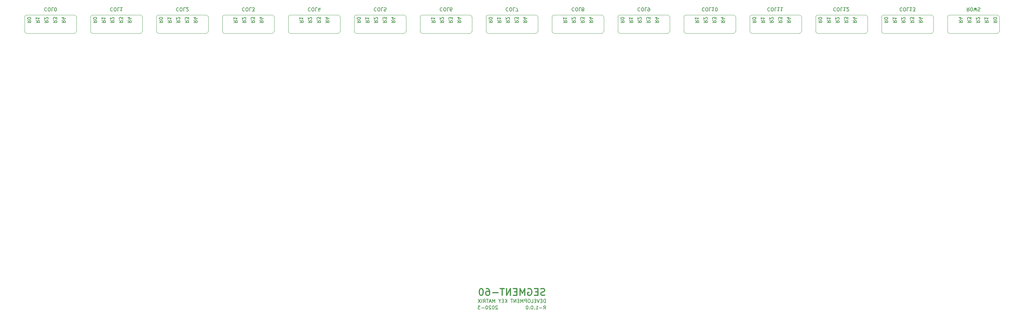
<source format=gbr>
%TF.GenerationSoftware,KiCad,Pcbnew,5.1.8*%
%TF.CreationDate,2021-03-10T22:21:39+13:00*%
%TF.ProjectId,segment_TEST,7365676d-656e-4745-9f54-4553542e6b69,rev?*%
%TF.SameCoordinates,Original*%
%TF.FileFunction,Legend,Bot*%
%TF.FilePolarity,Positive*%
%FSLAX46Y46*%
G04 Gerber Fmt 4.6, Leading zero omitted, Abs format (unit mm)*
G04 Created by KiCad (PCBNEW 5.1.8) date 2021-03-10 22:21:39*
%MOMM*%
%LPD*%
G01*
G04 APERTURE LIST*
%ADD10C,0.300000*%
%ADD11C,0.150000*%
%ADD12C,0.120000*%
G04 APERTURE END LIST*
D10*
X206326190Y-152574523D02*
X206040476Y-152669761D01*
X205564285Y-152669761D01*
X205373809Y-152574523D01*
X205278571Y-152479285D01*
X205183333Y-152288809D01*
X205183333Y-152098333D01*
X205278571Y-151907857D01*
X205373809Y-151812619D01*
X205564285Y-151717380D01*
X205945238Y-151622142D01*
X206135714Y-151526904D01*
X206230952Y-151431666D01*
X206326190Y-151241190D01*
X206326190Y-151050714D01*
X206230952Y-150860238D01*
X206135714Y-150765000D01*
X205945238Y-150669761D01*
X205469047Y-150669761D01*
X205183333Y-150765000D01*
X204326190Y-151622142D02*
X203659523Y-151622142D01*
X203373809Y-152669761D02*
X204326190Y-152669761D01*
X204326190Y-150669761D01*
X203373809Y-150669761D01*
X201469047Y-150765000D02*
X201659523Y-150669761D01*
X201945238Y-150669761D01*
X202230952Y-150765000D01*
X202421428Y-150955476D01*
X202516666Y-151145952D01*
X202611904Y-151526904D01*
X202611904Y-151812619D01*
X202516666Y-152193571D01*
X202421428Y-152384047D01*
X202230952Y-152574523D01*
X201945238Y-152669761D01*
X201754761Y-152669761D01*
X201469047Y-152574523D01*
X201373809Y-152479285D01*
X201373809Y-151812619D01*
X201754761Y-151812619D01*
X200516666Y-152669761D02*
X200516666Y-150669761D01*
X199850000Y-152098333D01*
X199183333Y-150669761D01*
X199183333Y-152669761D01*
X198230952Y-151622142D02*
X197564285Y-151622142D01*
X197278571Y-152669761D02*
X198230952Y-152669761D01*
X198230952Y-150669761D01*
X197278571Y-150669761D01*
X196421428Y-152669761D02*
X196421428Y-150669761D01*
X195278571Y-152669761D01*
X195278571Y-150669761D01*
X194611904Y-150669761D02*
X193469047Y-150669761D01*
X194040476Y-152669761D02*
X194040476Y-150669761D01*
X192802380Y-151907857D02*
X191278571Y-151907857D01*
X189469047Y-150669761D02*
X189850000Y-150669761D01*
X190040476Y-150765000D01*
X190135714Y-150860238D01*
X190326190Y-151145952D01*
X190421428Y-151526904D01*
X190421428Y-152288809D01*
X190326190Y-152479285D01*
X190230952Y-152574523D01*
X190040476Y-152669761D01*
X189659523Y-152669761D01*
X189469047Y-152574523D01*
X189373809Y-152479285D01*
X189278571Y-152288809D01*
X189278571Y-151812619D01*
X189373809Y-151622142D01*
X189469047Y-151526904D01*
X189659523Y-151431666D01*
X190040476Y-151431666D01*
X190230952Y-151526904D01*
X190326190Y-151622142D01*
X190421428Y-151812619D01*
X188040476Y-150669761D02*
X187850000Y-150669761D01*
X187659523Y-150765000D01*
X187564285Y-150860238D01*
X187469047Y-151050714D01*
X187373809Y-151431666D01*
X187373809Y-151907857D01*
X187469047Y-152288809D01*
X187564285Y-152479285D01*
X187659523Y-152574523D01*
X187850000Y-152669761D01*
X188040476Y-152669761D01*
X188230952Y-152574523D01*
X188326190Y-152479285D01*
X188421428Y-152288809D01*
X188516666Y-151907857D01*
X188516666Y-151431666D01*
X188421428Y-151050714D01*
X188326190Y-150860238D01*
X188230952Y-150765000D01*
X188040476Y-150669761D01*
D11*
X206540476Y-154757380D02*
X206540476Y-153757380D01*
X206302380Y-153757380D01*
X206159523Y-153805000D01*
X206064285Y-153900238D01*
X206016666Y-153995476D01*
X205969047Y-154185952D01*
X205969047Y-154328809D01*
X206016666Y-154519285D01*
X206064285Y-154614523D01*
X206159523Y-154709761D01*
X206302380Y-154757380D01*
X206540476Y-154757380D01*
X205540476Y-154233571D02*
X205207142Y-154233571D01*
X205064285Y-154757380D02*
X205540476Y-154757380D01*
X205540476Y-153757380D01*
X205064285Y-153757380D01*
X204778571Y-153757380D02*
X204445238Y-154757380D01*
X204111904Y-153757380D01*
X203778571Y-154233571D02*
X203445238Y-154233571D01*
X203302380Y-154757380D02*
X203778571Y-154757380D01*
X203778571Y-153757380D01*
X203302380Y-153757380D01*
X202397619Y-154757380D02*
X202873809Y-154757380D01*
X202873809Y-153757380D01*
X201873809Y-153757380D02*
X201683333Y-153757380D01*
X201588095Y-153805000D01*
X201492857Y-153900238D01*
X201445238Y-154090714D01*
X201445238Y-154424047D01*
X201492857Y-154614523D01*
X201588095Y-154709761D01*
X201683333Y-154757380D01*
X201873809Y-154757380D01*
X201969047Y-154709761D01*
X202064285Y-154614523D01*
X202111904Y-154424047D01*
X202111904Y-154090714D01*
X202064285Y-153900238D01*
X201969047Y-153805000D01*
X201873809Y-153757380D01*
X201016666Y-154757380D02*
X201016666Y-153757380D01*
X200635714Y-153757380D01*
X200540476Y-153805000D01*
X200492857Y-153852619D01*
X200445238Y-153947857D01*
X200445238Y-154090714D01*
X200492857Y-154185952D01*
X200540476Y-154233571D01*
X200635714Y-154281190D01*
X201016666Y-154281190D01*
X200016666Y-154757380D02*
X200016666Y-153757380D01*
X199683333Y-154471666D01*
X199350000Y-153757380D01*
X199350000Y-154757380D01*
X198873809Y-154233571D02*
X198540476Y-154233571D01*
X198397619Y-154757380D02*
X198873809Y-154757380D01*
X198873809Y-153757380D01*
X198397619Y-153757380D01*
X197969047Y-154757380D02*
X197969047Y-153757380D01*
X197397619Y-154757380D01*
X197397619Y-153757380D01*
X197064285Y-153757380D02*
X196492857Y-153757380D01*
X196778571Y-154757380D02*
X196778571Y-153757380D01*
X195397619Y-154757380D02*
X195397619Y-153757380D01*
X194826190Y-154757380D02*
X195254761Y-154185952D01*
X194826190Y-153757380D02*
X195397619Y-154328809D01*
X194397619Y-154233571D02*
X194064285Y-154233571D01*
X193921428Y-154757380D02*
X194397619Y-154757380D01*
X194397619Y-153757380D01*
X193921428Y-153757380D01*
X193302380Y-154281190D02*
X193302380Y-154757380D01*
X193635714Y-153757380D02*
X193302380Y-154281190D01*
X192969047Y-153757380D01*
X191873809Y-154757380D02*
X191873809Y-153757380D01*
X191540476Y-154471666D01*
X191207142Y-153757380D01*
X191207142Y-154757380D01*
X190778571Y-154471666D02*
X190302380Y-154471666D01*
X190873809Y-154757380D02*
X190540476Y-153757380D01*
X190207142Y-154757380D01*
X190016666Y-153757380D02*
X189445238Y-153757380D01*
X189730952Y-154757380D02*
X189730952Y-153757380D01*
X188540476Y-154757380D02*
X188873809Y-154281190D01*
X189111904Y-154757380D02*
X189111904Y-153757380D01*
X188730952Y-153757380D01*
X188635714Y-153805000D01*
X188588095Y-153852619D01*
X188540476Y-153947857D01*
X188540476Y-154090714D01*
X188588095Y-154185952D01*
X188635714Y-154233571D01*
X188730952Y-154281190D01*
X189111904Y-154281190D01*
X188111904Y-154757380D02*
X188111904Y-153757380D01*
X187730952Y-153757380D02*
X187064285Y-154757380D01*
X187064285Y-153757380D02*
X187730952Y-154757380D01*
D12*
X56642000Y-76962000D02*
X70358000Y-76962000D01*
X70358000Y-71628000D02*
X56642000Y-71628000D01*
D11*
X56824619Y-73255166D02*
X57300809Y-73588500D01*
X56824619Y-73826595D02*
X57824619Y-73826595D01*
X57824619Y-73445642D01*
X57777000Y-73350404D01*
X57729380Y-73302785D01*
X57634142Y-73255166D01*
X57491285Y-73255166D01*
X57396047Y-73302785D01*
X57348428Y-73350404D01*
X57300809Y-73445642D01*
X57300809Y-73826595D01*
X57824619Y-72636119D02*
X57824619Y-72540880D01*
X57777000Y-72445642D01*
X57729380Y-72398023D01*
X57634142Y-72350404D01*
X57443666Y-72302785D01*
X57205571Y-72302785D01*
X57015095Y-72350404D01*
X56919857Y-72398023D01*
X56872238Y-72445642D01*
X56824619Y-72540880D01*
X56824619Y-72636119D01*
X56872238Y-72731357D01*
X56919857Y-72778976D01*
X57015095Y-72826595D01*
X57205571Y-72874214D01*
X57443666Y-72874214D01*
X57634142Y-72826595D01*
X57729380Y-72778976D01*
X57777000Y-72731357D01*
X57824619Y-72636119D01*
X61803019Y-73255166D02*
X62279209Y-73588500D01*
X61803019Y-73826595D02*
X62803019Y-73826595D01*
X62803019Y-73445642D01*
X62755400Y-73350404D01*
X62707780Y-73302785D01*
X62612542Y-73255166D01*
X62469685Y-73255166D01*
X62374447Y-73302785D01*
X62326828Y-73350404D01*
X62279209Y-73445642D01*
X62279209Y-73826595D01*
X62707780Y-72874214D02*
X62755400Y-72826595D01*
X62803019Y-72731357D01*
X62803019Y-72493261D01*
X62755400Y-72398023D01*
X62707780Y-72350404D01*
X62612542Y-72302785D01*
X62517304Y-72302785D01*
X62374447Y-72350404D01*
X61803019Y-72921833D01*
X61803019Y-72302785D01*
D12*
X56007000Y-72263000D02*
G75*
G02*
X56642000Y-71628000I635000J0D01*
G01*
X56642000Y-76962000D02*
G75*
G02*
X56007000Y-76327000I0J635000D01*
G01*
X70993000Y-76327000D02*
G75*
G02*
X70358000Y-76962000I-635000J0D01*
G01*
X56007000Y-72263000D02*
X56007000Y-76327000D01*
D11*
X64292219Y-73255166D02*
X64768409Y-73588500D01*
X64292219Y-73826595D02*
X65292219Y-73826595D01*
X65292219Y-73445642D01*
X65244600Y-73350404D01*
X65196980Y-73302785D01*
X65101742Y-73255166D01*
X64958885Y-73255166D01*
X64863647Y-73302785D01*
X64816028Y-73350404D01*
X64768409Y-73445642D01*
X64768409Y-73826595D01*
X65292219Y-72921833D02*
X65292219Y-72302785D01*
X64911266Y-72636119D01*
X64911266Y-72493261D01*
X64863647Y-72398023D01*
X64816028Y-72350404D01*
X64720790Y-72302785D01*
X64482695Y-72302785D01*
X64387457Y-72350404D01*
X64339838Y-72398023D01*
X64292219Y-72493261D01*
X64292219Y-72778976D01*
X64339838Y-72874214D01*
X64387457Y-72921833D01*
X66781419Y-73255166D02*
X67257609Y-73588500D01*
X66781419Y-73826595D02*
X67781419Y-73826595D01*
X67781419Y-73445642D01*
X67733800Y-73350404D01*
X67686180Y-73302785D01*
X67590942Y-73255166D01*
X67448085Y-73255166D01*
X67352847Y-73302785D01*
X67305228Y-73350404D01*
X67257609Y-73445642D01*
X67257609Y-73826595D01*
X67448085Y-72398023D02*
X66781419Y-72398023D01*
X67829038Y-72636119D02*
X67114752Y-72874214D01*
X67114752Y-72255166D01*
D12*
X70993000Y-76327000D02*
X70993000Y-72263000D01*
X70358000Y-71628000D02*
G75*
G02*
X70993000Y-72263000I0J-635000D01*
G01*
D11*
X59313819Y-73255166D02*
X59790009Y-73588500D01*
X59313819Y-73826595D02*
X60313819Y-73826595D01*
X60313819Y-73445642D01*
X60266200Y-73350404D01*
X60218580Y-73302785D01*
X60123342Y-73255166D01*
X59980485Y-73255166D01*
X59885247Y-73302785D01*
X59837628Y-73350404D01*
X59790009Y-73445642D01*
X59790009Y-73826595D01*
X59313819Y-72302785D02*
X59313819Y-72874214D01*
X59313819Y-72588500D02*
X60313819Y-72588500D01*
X60170961Y-72683738D01*
X60075723Y-72778976D01*
X60028104Y-72874214D01*
D12*
X75692000Y-76962000D02*
X89408000Y-76962000D01*
X89408000Y-71628000D02*
X75692000Y-71628000D01*
D11*
X75874619Y-73255166D02*
X76350809Y-73588500D01*
X75874619Y-73826595D02*
X76874619Y-73826595D01*
X76874619Y-73445642D01*
X76827000Y-73350404D01*
X76779380Y-73302785D01*
X76684142Y-73255166D01*
X76541285Y-73255166D01*
X76446047Y-73302785D01*
X76398428Y-73350404D01*
X76350809Y-73445642D01*
X76350809Y-73826595D01*
X76874619Y-72636119D02*
X76874619Y-72540880D01*
X76827000Y-72445642D01*
X76779380Y-72398023D01*
X76684142Y-72350404D01*
X76493666Y-72302785D01*
X76255571Y-72302785D01*
X76065095Y-72350404D01*
X75969857Y-72398023D01*
X75922238Y-72445642D01*
X75874619Y-72540880D01*
X75874619Y-72636119D01*
X75922238Y-72731357D01*
X75969857Y-72778976D01*
X76065095Y-72826595D01*
X76255571Y-72874214D01*
X76493666Y-72874214D01*
X76684142Y-72826595D01*
X76779380Y-72778976D01*
X76827000Y-72731357D01*
X76874619Y-72636119D01*
X80853019Y-73255166D02*
X81329209Y-73588500D01*
X80853019Y-73826595D02*
X81853019Y-73826595D01*
X81853019Y-73445642D01*
X81805400Y-73350404D01*
X81757780Y-73302785D01*
X81662542Y-73255166D01*
X81519685Y-73255166D01*
X81424447Y-73302785D01*
X81376828Y-73350404D01*
X81329209Y-73445642D01*
X81329209Y-73826595D01*
X81757780Y-72874214D02*
X81805400Y-72826595D01*
X81853019Y-72731357D01*
X81853019Y-72493261D01*
X81805400Y-72398023D01*
X81757780Y-72350404D01*
X81662542Y-72302785D01*
X81567304Y-72302785D01*
X81424447Y-72350404D01*
X80853019Y-72921833D01*
X80853019Y-72302785D01*
D12*
X75057000Y-72263000D02*
G75*
G02*
X75692000Y-71628000I635000J0D01*
G01*
X75692000Y-76962000D02*
G75*
G02*
X75057000Y-76327000I0J635000D01*
G01*
X90043000Y-76327000D02*
G75*
G02*
X89408000Y-76962000I-635000J0D01*
G01*
X75057000Y-72263000D02*
X75057000Y-76327000D01*
D11*
X83342219Y-73255166D02*
X83818409Y-73588500D01*
X83342219Y-73826595D02*
X84342219Y-73826595D01*
X84342219Y-73445642D01*
X84294600Y-73350404D01*
X84246980Y-73302785D01*
X84151742Y-73255166D01*
X84008885Y-73255166D01*
X83913647Y-73302785D01*
X83866028Y-73350404D01*
X83818409Y-73445642D01*
X83818409Y-73826595D01*
X84342219Y-72921833D02*
X84342219Y-72302785D01*
X83961266Y-72636119D01*
X83961266Y-72493261D01*
X83913647Y-72398023D01*
X83866028Y-72350404D01*
X83770790Y-72302785D01*
X83532695Y-72302785D01*
X83437457Y-72350404D01*
X83389838Y-72398023D01*
X83342219Y-72493261D01*
X83342219Y-72778976D01*
X83389838Y-72874214D01*
X83437457Y-72921833D01*
X85831419Y-73255166D02*
X86307609Y-73588500D01*
X85831419Y-73826595D02*
X86831419Y-73826595D01*
X86831419Y-73445642D01*
X86783800Y-73350404D01*
X86736180Y-73302785D01*
X86640942Y-73255166D01*
X86498085Y-73255166D01*
X86402847Y-73302785D01*
X86355228Y-73350404D01*
X86307609Y-73445642D01*
X86307609Y-73826595D01*
X86498085Y-72398023D02*
X85831419Y-72398023D01*
X86879038Y-72636119D02*
X86164752Y-72874214D01*
X86164752Y-72255166D01*
D12*
X90043000Y-76327000D02*
X90043000Y-72263000D01*
X89408000Y-71628000D02*
G75*
G02*
X90043000Y-72263000I0J-635000D01*
G01*
D11*
X78363819Y-73255166D02*
X78840009Y-73588500D01*
X78363819Y-73826595D02*
X79363819Y-73826595D01*
X79363819Y-73445642D01*
X79316200Y-73350404D01*
X79268580Y-73302785D01*
X79173342Y-73255166D01*
X79030485Y-73255166D01*
X78935247Y-73302785D01*
X78887628Y-73350404D01*
X78840009Y-73445642D01*
X78840009Y-73826595D01*
X78363819Y-72302785D02*
X78363819Y-72874214D01*
X78363819Y-72588500D02*
X79363819Y-72588500D01*
X79220961Y-72683738D01*
X79125723Y-72778976D01*
X79078104Y-72874214D01*
D12*
X94742000Y-76962000D02*
X108458000Y-76962000D01*
X108458000Y-71628000D02*
X94742000Y-71628000D01*
D11*
X94924619Y-73255166D02*
X95400809Y-73588500D01*
X94924619Y-73826595D02*
X95924619Y-73826595D01*
X95924619Y-73445642D01*
X95877000Y-73350404D01*
X95829380Y-73302785D01*
X95734142Y-73255166D01*
X95591285Y-73255166D01*
X95496047Y-73302785D01*
X95448428Y-73350404D01*
X95400809Y-73445642D01*
X95400809Y-73826595D01*
X95924619Y-72636119D02*
X95924619Y-72540880D01*
X95877000Y-72445642D01*
X95829380Y-72398023D01*
X95734142Y-72350404D01*
X95543666Y-72302785D01*
X95305571Y-72302785D01*
X95115095Y-72350404D01*
X95019857Y-72398023D01*
X94972238Y-72445642D01*
X94924619Y-72540880D01*
X94924619Y-72636119D01*
X94972238Y-72731357D01*
X95019857Y-72778976D01*
X95115095Y-72826595D01*
X95305571Y-72874214D01*
X95543666Y-72874214D01*
X95734142Y-72826595D01*
X95829380Y-72778976D01*
X95877000Y-72731357D01*
X95924619Y-72636119D01*
X99903019Y-73255166D02*
X100379209Y-73588500D01*
X99903019Y-73826595D02*
X100903019Y-73826595D01*
X100903019Y-73445642D01*
X100855400Y-73350404D01*
X100807780Y-73302785D01*
X100712542Y-73255166D01*
X100569685Y-73255166D01*
X100474447Y-73302785D01*
X100426828Y-73350404D01*
X100379209Y-73445642D01*
X100379209Y-73826595D01*
X100807780Y-72874214D02*
X100855400Y-72826595D01*
X100903019Y-72731357D01*
X100903019Y-72493261D01*
X100855400Y-72398023D01*
X100807780Y-72350404D01*
X100712542Y-72302785D01*
X100617304Y-72302785D01*
X100474447Y-72350404D01*
X99903019Y-72921833D01*
X99903019Y-72302785D01*
D12*
X94107000Y-72263000D02*
G75*
G02*
X94742000Y-71628000I635000J0D01*
G01*
X94742000Y-76962000D02*
G75*
G02*
X94107000Y-76327000I0J635000D01*
G01*
X109093000Y-76327000D02*
G75*
G02*
X108458000Y-76962000I-635000J0D01*
G01*
X94107000Y-72263000D02*
X94107000Y-76327000D01*
D11*
X102392219Y-73255166D02*
X102868409Y-73588500D01*
X102392219Y-73826595D02*
X103392219Y-73826595D01*
X103392219Y-73445642D01*
X103344600Y-73350404D01*
X103296980Y-73302785D01*
X103201742Y-73255166D01*
X103058885Y-73255166D01*
X102963647Y-73302785D01*
X102916028Y-73350404D01*
X102868409Y-73445642D01*
X102868409Y-73826595D01*
X103392219Y-72921833D02*
X103392219Y-72302785D01*
X103011266Y-72636119D01*
X103011266Y-72493261D01*
X102963647Y-72398023D01*
X102916028Y-72350404D01*
X102820790Y-72302785D01*
X102582695Y-72302785D01*
X102487457Y-72350404D01*
X102439838Y-72398023D01*
X102392219Y-72493261D01*
X102392219Y-72778976D01*
X102439838Y-72874214D01*
X102487457Y-72921833D01*
X104881419Y-73255166D02*
X105357609Y-73588500D01*
X104881419Y-73826595D02*
X105881419Y-73826595D01*
X105881419Y-73445642D01*
X105833800Y-73350404D01*
X105786180Y-73302785D01*
X105690942Y-73255166D01*
X105548085Y-73255166D01*
X105452847Y-73302785D01*
X105405228Y-73350404D01*
X105357609Y-73445642D01*
X105357609Y-73826595D01*
X105548085Y-72398023D02*
X104881419Y-72398023D01*
X105929038Y-72636119D02*
X105214752Y-72874214D01*
X105214752Y-72255166D01*
D12*
X109093000Y-76327000D02*
X109093000Y-72263000D01*
X108458000Y-71628000D02*
G75*
G02*
X109093000Y-72263000I0J-635000D01*
G01*
D11*
X97413819Y-73255166D02*
X97890009Y-73588500D01*
X97413819Y-73826595D02*
X98413819Y-73826595D01*
X98413819Y-73445642D01*
X98366200Y-73350404D01*
X98318580Y-73302785D01*
X98223342Y-73255166D01*
X98080485Y-73255166D01*
X97985247Y-73302785D01*
X97937628Y-73350404D01*
X97890009Y-73445642D01*
X97890009Y-73826595D01*
X97413819Y-72302785D02*
X97413819Y-72874214D01*
X97413819Y-72588500D02*
X98413819Y-72588500D01*
X98270961Y-72683738D01*
X98175723Y-72778976D01*
X98128104Y-72874214D01*
D12*
X113792000Y-76962000D02*
X127508000Y-76962000D01*
X127508000Y-71628000D02*
X113792000Y-71628000D01*
D11*
X118953019Y-73255166D02*
X119429209Y-73588500D01*
X118953019Y-73826595D02*
X119953019Y-73826595D01*
X119953019Y-73445642D01*
X119905400Y-73350404D01*
X119857780Y-73302785D01*
X119762542Y-73255166D01*
X119619685Y-73255166D01*
X119524447Y-73302785D01*
X119476828Y-73350404D01*
X119429209Y-73445642D01*
X119429209Y-73826595D01*
X119857780Y-72874214D02*
X119905400Y-72826595D01*
X119953019Y-72731357D01*
X119953019Y-72493261D01*
X119905400Y-72398023D01*
X119857780Y-72350404D01*
X119762542Y-72302785D01*
X119667304Y-72302785D01*
X119524447Y-72350404D01*
X118953019Y-72921833D01*
X118953019Y-72302785D01*
D12*
X113157000Y-72263000D02*
G75*
G02*
X113792000Y-71628000I635000J0D01*
G01*
X113792000Y-76962000D02*
G75*
G02*
X113157000Y-76327000I0J635000D01*
G01*
X128143000Y-76327000D02*
G75*
G02*
X127508000Y-76962000I-635000J0D01*
G01*
X113157000Y-72263000D02*
X113157000Y-76327000D01*
D11*
X121442219Y-73255166D02*
X121918409Y-73588500D01*
X121442219Y-73826595D02*
X122442219Y-73826595D01*
X122442219Y-73445642D01*
X122394600Y-73350404D01*
X122346980Y-73302785D01*
X122251742Y-73255166D01*
X122108885Y-73255166D01*
X122013647Y-73302785D01*
X121966028Y-73350404D01*
X121918409Y-73445642D01*
X121918409Y-73826595D01*
X122442219Y-72921833D02*
X122442219Y-72302785D01*
X122061266Y-72636119D01*
X122061266Y-72493261D01*
X122013647Y-72398023D01*
X121966028Y-72350404D01*
X121870790Y-72302785D01*
X121632695Y-72302785D01*
X121537457Y-72350404D01*
X121489838Y-72398023D01*
X121442219Y-72493261D01*
X121442219Y-72778976D01*
X121489838Y-72874214D01*
X121537457Y-72921833D01*
X123931419Y-73255166D02*
X124407609Y-73588500D01*
X123931419Y-73826595D02*
X124931419Y-73826595D01*
X124931419Y-73445642D01*
X124883800Y-73350404D01*
X124836180Y-73302785D01*
X124740942Y-73255166D01*
X124598085Y-73255166D01*
X124502847Y-73302785D01*
X124455228Y-73350404D01*
X124407609Y-73445642D01*
X124407609Y-73826595D01*
X124598085Y-72398023D02*
X123931419Y-72398023D01*
X124979038Y-72636119D02*
X124264752Y-72874214D01*
X124264752Y-72255166D01*
D12*
X128143000Y-76327000D02*
X128143000Y-72263000D01*
X127508000Y-71628000D02*
G75*
G02*
X128143000Y-72263000I0J-635000D01*
G01*
D11*
X116463819Y-73255166D02*
X116940009Y-73588500D01*
X116463819Y-73826595D02*
X117463819Y-73826595D01*
X117463819Y-73445642D01*
X117416200Y-73350404D01*
X117368580Y-73302785D01*
X117273342Y-73255166D01*
X117130485Y-73255166D01*
X117035247Y-73302785D01*
X116987628Y-73350404D01*
X116940009Y-73445642D01*
X116940009Y-73826595D01*
X116463819Y-72302785D02*
X116463819Y-72874214D01*
X116463819Y-72588500D02*
X117463819Y-72588500D01*
X117320961Y-72683738D01*
X117225723Y-72778976D01*
X117178104Y-72874214D01*
D12*
X132842000Y-76962000D02*
X146558000Y-76962000D01*
X146558000Y-71628000D02*
X132842000Y-71628000D01*
D11*
X138003019Y-73255166D02*
X138479209Y-73588500D01*
X138003019Y-73826595D02*
X139003019Y-73826595D01*
X139003019Y-73445642D01*
X138955400Y-73350404D01*
X138907780Y-73302785D01*
X138812542Y-73255166D01*
X138669685Y-73255166D01*
X138574447Y-73302785D01*
X138526828Y-73350404D01*
X138479209Y-73445642D01*
X138479209Y-73826595D01*
X138907780Y-72874214D02*
X138955400Y-72826595D01*
X139003019Y-72731357D01*
X139003019Y-72493261D01*
X138955400Y-72398023D01*
X138907780Y-72350404D01*
X138812542Y-72302785D01*
X138717304Y-72302785D01*
X138574447Y-72350404D01*
X138003019Y-72921833D01*
X138003019Y-72302785D01*
D12*
X132207000Y-72263000D02*
G75*
G02*
X132842000Y-71628000I635000J0D01*
G01*
X132842000Y-76962000D02*
G75*
G02*
X132207000Y-76327000I0J635000D01*
G01*
X147193000Y-76327000D02*
G75*
G02*
X146558000Y-76962000I-635000J0D01*
G01*
X132207000Y-72263000D02*
X132207000Y-76327000D01*
D11*
X140492219Y-73255166D02*
X140968409Y-73588500D01*
X140492219Y-73826595D02*
X141492219Y-73826595D01*
X141492219Y-73445642D01*
X141444600Y-73350404D01*
X141396980Y-73302785D01*
X141301742Y-73255166D01*
X141158885Y-73255166D01*
X141063647Y-73302785D01*
X141016028Y-73350404D01*
X140968409Y-73445642D01*
X140968409Y-73826595D01*
X141492219Y-72921833D02*
X141492219Y-72302785D01*
X141111266Y-72636119D01*
X141111266Y-72493261D01*
X141063647Y-72398023D01*
X141016028Y-72350404D01*
X140920790Y-72302785D01*
X140682695Y-72302785D01*
X140587457Y-72350404D01*
X140539838Y-72398023D01*
X140492219Y-72493261D01*
X140492219Y-72778976D01*
X140539838Y-72874214D01*
X140587457Y-72921833D01*
X142981419Y-73255166D02*
X143457609Y-73588500D01*
X142981419Y-73826595D02*
X143981419Y-73826595D01*
X143981419Y-73445642D01*
X143933800Y-73350404D01*
X143886180Y-73302785D01*
X143790942Y-73255166D01*
X143648085Y-73255166D01*
X143552847Y-73302785D01*
X143505228Y-73350404D01*
X143457609Y-73445642D01*
X143457609Y-73826595D01*
X143648085Y-72398023D02*
X142981419Y-72398023D01*
X144029038Y-72636119D02*
X143314752Y-72874214D01*
X143314752Y-72255166D01*
D12*
X147193000Y-76327000D02*
X147193000Y-72263000D01*
X146558000Y-71628000D02*
G75*
G02*
X147193000Y-72263000I0J-635000D01*
G01*
D11*
X135513819Y-73255166D02*
X135990009Y-73588500D01*
X135513819Y-73826595D02*
X136513819Y-73826595D01*
X136513819Y-73445642D01*
X136466200Y-73350404D01*
X136418580Y-73302785D01*
X136323342Y-73255166D01*
X136180485Y-73255166D01*
X136085247Y-73302785D01*
X136037628Y-73350404D01*
X135990009Y-73445642D01*
X135990009Y-73826595D01*
X135513819Y-72302785D02*
X135513819Y-72874214D01*
X135513819Y-72588500D02*
X136513819Y-72588500D01*
X136370961Y-72683738D01*
X136275723Y-72778976D01*
X136228104Y-72874214D01*
D12*
X151892000Y-76962000D02*
X165608000Y-76962000D01*
X165608000Y-71628000D02*
X151892000Y-71628000D01*
D11*
X152074619Y-73255166D02*
X152550809Y-73588500D01*
X152074619Y-73826595D02*
X153074619Y-73826595D01*
X153074619Y-73445642D01*
X153027000Y-73350404D01*
X152979380Y-73302785D01*
X152884142Y-73255166D01*
X152741285Y-73255166D01*
X152646047Y-73302785D01*
X152598428Y-73350404D01*
X152550809Y-73445642D01*
X152550809Y-73826595D01*
X153074619Y-72636119D02*
X153074619Y-72540880D01*
X153027000Y-72445642D01*
X152979380Y-72398023D01*
X152884142Y-72350404D01*
X152693666Y-72302785D01*
X152455571Y-72302785D01*
X152265095Y-72350404D01*
X152169857Y-72398023D01*
X152122238Y-72445642D01*
X152074619Y-72540880D01*
X152074619Y-72636119D01*
X152122238Y-72731357D01*
X152169857Y-72778976D01*
X152265095Y-72826595D01*
X152455571Y-72874214D01*
X152693666Y-72874214D01*
X152884142Y-72826595D01*
X152979380Y-72778976D01*
X153027000Y-72731357D01*
X153074619Y-72636119D01*
X157053019Y-73255166D02*
X157529209Y-73588500D01*
X157053019Y-73826595D02*
X158053019Y-73826595D01*
X158053019Y-73445642D01*
X158005400Y-73350404D01*
X157957780Y-73302785D01*
X157862542Y-73255166D01*
X157719685Y-73255166D01*
X157624447Y-73302785D01*
X157576828Y-73350404D01*
X157529209Y-73445642D01*
X157529209Y-73826595D01*
X157957780Y-72874214D02*
X158005400Y-72826595D01*
X158053019Y-72731357D01*
X158053019Y-72493261D01*
X158005400Y-72398023D01*
X157957780Y-72350404D01*
X157862542Y-72302785D01*
X157767304Y-72302785D01*
X157624447Y-72350404D01*
X157053019Y-72921833D01*
X157053019Y-72302785D01*
D12*
X151257000Y-72263000D02*
G75*
G02*
X151892000Y-71628000I635000J0D01*
G01*
X151892000Y-76962000D02*
G75*
G02*
X151257000Y-76327000I0J635000D01*
G01*
X166243000Y-76327000D02*
G75*
G02*
X165608000Y-76962000I-635000J0D01*
G01*
X151257000Y-72263000D02*
X151257000Y-76327000D01*
D11*
X159542219Y-73255166D02*
X160018409Y-73588500D01*
X159542219Y-73826595D02*
X160542219Y-73826595D01*
X160542219Y-73445642D01*
X160494600Y-73350404D01*
X160446980Y-73302785D01*
X160351742Y-73255166D01*
X160208885Y-73255166D01*
X160113647Y-73302785D01*
X160066028Y-73350404D01*
X160018409Y-73445642D01*
X160018409Y-73826595D01*
X160542219Y-72921833D02*
X160542219Y-72302785D01*
X160161266Y-72636119D01*
X160161266Y-72493261D01*
X160113647Y-72398023D01*
X160066028Y-72350404D01*
X159970790Y-72302785D01*
X159732695Y-72302785D01*
X159637457Y-72350404D01*
X159589838Y-72398023D01*
X159542219Y-72493261D01*
X159542219Y-72778976D01*
X159589838Y-72874214D01*
X159637457Y-72921833D01*
X162031419Y-73255166D02*
X162507609Y-73588500D01*
X162031419Y-73826595D02*
X163031419Y-73826595D01*
X163031419Y-73445642D01*
X162983800Y-73350404D01*
X162936180Y-73302785D01*
X162840942Y-73255166D01*
X162698085Y-73255166D01*
X162602847Y-73302785D01*
X162555228Y-73350404D01*
X162507609Y-73445642D01*
X162507609Y-73826595D01*
X162698085Y-72398023D02*
X162031419Y-72398023D01*
X163079038Y-72636119D02*
X162364752Y-72874214D01*
X162364752Y-72255166D01*
D12*
X166243000Y-76327000D02*
X166243000Y-72263000D01*
X165608000Y-71628000D02*
G75*
G02*
X166243000Y-72263000I0J-635000D01*
G01*
D11*
X154563819Y-73255166D02*
X155040009Y-73588500D01*
X154563819Y-73826595D02*
X155563819Y-73826595D01*
X155563819Y-73445642D01*
X155516200Y-73350404D01*
X155468580Y-73302785D01*
X155373342Y-73255166D01*
X155230485Y-73255166D01*
X155135247Y-73302785D01*
X155087628Y-73350404D01*
X155040009Y-73445642D01*
X155040009Y-73826595D01*
X154563819Y-72302785D02*
X154563819Y-72874214D01*
X154563819Y-72588500D02*
X155563819Y-72588500D01*
X155420961Y-72683738D01*
X155325723Y-72778976D01*
X155278104Y-72874214D01*
D12*
X170942000Y-76962000D02*
X184658000Y-76962000D01*
X184658000Y-71628000D02*
X170942000Y-71628000D01*
D11*
X176103019Y-73255166D02*
X176579209Y-73588500D01*
X176103019Y-73826595D02*
X177103019Y-73826595D01*
X177103019Y-73445642D01*
X177055400Y-73350404D01*
X177007780Y-73302785D01*
X176912542Y-73255166D01*
X176769685Y-73255166D01*
X176674447Y-73302785D01*
X176626828Y-73350404D01*
X176579209Y-73445642D01*
X176579209Y-73826595D01*
X177007780Y-72874214D02*
X177055400Y-72826595D01*
X177103019Y-72731357D01*
X177103019Y-72493261D01*
X177055400Y-72398023D01*
X177007780Y-72350404D01*
X176912542Y-72302785D01*
X176817304Y-72302785D01*
X176674447Y-72350404D01*
X176103019Y-72921833D01*
X176103019Y-72302785D01*
D12*
X170307000Y-72263000D02*
G75*
G02*
X170942000Y-71628000I635000J0D01*
G01*
X170942000Y-76962000D02*
G75*
G02*
X170307000Y-76327000I0J635000D01*
G01*
X185293000Y-76327000D02*
G75*
G02*
X184658000Y-76962000I-635000J0D01*
G01*
X170307000Y-72263000D02*
X170307000Y-76327000D01*
D11*
X178592219Y-73255166D02*
X179068409Y-73588500D01*
X178592219Y-73826595D02*
X179592219Y-73826595D01*
X179592219Y-73445642D01*
X179544600Y-73350404D01*
X179496980Y-73302785D01*
X179401742Y-73255166D01*
X179258885Y-73255166D01*
X179163647Y-73302785D01*
X179116028Y-73350404D01*
X179068409Y-73445642D01*
X179068409Y-73826595D01*
X179592219Y-72921833D02*
X179592219Y-72302785D01*
X179211266Y-72636119D01*
X179211266Y-72493261D01*
X179163647Y-72398023D01*
X179116028Y-72350404D01*
X179020790Y-72302785D01*
X178782695Y-72302785D01*
X178687457Y-72350404D01*
X178639838Y-72398023D01*
X178592219Y-72493261D01*
X178592219Y-72778976D01*
X178639838Y-72874214D01*
X178687457Y-72921833D01*
X181081419Y-73255166D02*
X181557609Y-73588500D01*
X181081419Y-73826595D02*
X182081419Y-73826595D01*
X182081419Y-73445642D01*
X182033800Y-73350404D01*
X181986180Y-73302785D01*
X181890942Y-73255166D01*
X181748085Y-73255166D01*
X181652847Y-73302785D01*
X181605228Y-73350404D01*
X181557609Y-73445642D01*
X181557609Y-73826595D01*
X181748085Y-72398023D02*
X181081419Y-72398023D01*
X182129038Y-72636119D02*
X181414752Y-72874214D01*
X181414752Y-72255166D01*
D12*
X185293000Y-76327000D02*
X185293000Y-72263000D01*
X184658000Y-71628000D02*
G75*
G02*
X185293000Y-72263000I0J-635000D01*
G01*
D11*
X173613819Y-73255166D02*
X174090009Y-73588500D01*
X173613819Y-73826595D02*
X174613819Y-73826595D01*
X174613819Y-73445642D01*
X174566200Y-73350404D01*
X174518580Y-73302785D01*
X174423342Y-73255166D01*
X174280485Y-73255166D01*
X174185247Y-73302785D01*
X174137628Y-73350404D01*
X174090009Y-73445642D01*
X174090009Y-73826595D01*
X173613819Y-72302785D02*
X173613819Y-72874214D01*
X173613819Y-72588500D02*
X174613819Y-72588500D01*
X174470961Y-72683738D01*
X174375723Y-72778976D01*
X174328104Y-72874214D01*
D12*
X189992000Y-76962000D02*
X203708000Y-76962000D01*
X203708000Y-71628000D02*
X189992000Y-71628000D01*
D11*
X190174619Y-73255166D02*
X190650809Y-73588500D01*
X190174619Y-73826595D02*
X191174619Y-73826595D01*
X191174619Y-73445642D01*
X191127000Y-73350404D01*
X191079380Y-73302785D01*
X190984142Y-73255166D01*
X190841285Y-73255166D01*
X190746047Y-73302785D01*
X190698428Y-73350404D01*
X190650809Y-73445642D01*
X190650809Y-73826595D01*
X191174619Y-72636119D02*
X191174619Y-72540880D01*
X191127000Y-72445642D01*
X191079380Y-72398023D01*
X190984142Y-72350404D01*
X190793666Y-72302785D01*
X190555571Y-72302785D01*
X190365095Y-72350404D01*
X190269857Y-72398023D01*
X190222238Y-72445642D01*
X190174619Y-72540880D01*
X190174619Y-72636119D01*
X190222238Y-72731357D01*
X190269857Y-72778976D01*
X190365095Y-72826595D01*
X190555571Y-72874214D01*
X190793666Y-72874214D01*
X190984142Y-72826595D01*
X191079380Y-72778976D01*
X191127000Y-72731357D01*
X191174619Y-72636119D01*
X195153019Y-73255166D02*
X195629209Y-73588500D01*
X195153019Y-73826595D02*
X196153019Y-73826595D01*
X196153019Y-73445642D01*
X196105400Y-73350404D01*
X196057780Y-73302785D01*
X195962542Y-73255166D01*
X195819685Y-73255166D01*
X195724447Y-73302785D01*
X195676828Y-73350404D01*
X195629209Y-73445642D01*
X195629209Y-73826595D01*
X196057780Y-72874214D02*
X196105400Y-72826595D01*
X196153019Y-72731357D01*
X196153019Y-72493261D01*
X196105400Y-72398023D01*
X196057780Y-72350404D01*
X195962542Y-72302785D01*
X195867304Y-72302785D01*
X195724447Y-72350404D01*
X195153019Y-72921833D01*
X195153019Y-72302785D01*
D12*
X189357000Y-72263000D02*
G75*
G02*
X189992000Y-71628000I635000J0D01*
G01*
X189992000Y-76962000D02*
G75*
G02*
X189357000Y-76327000I0J635000D01*
G01*
X204343000Y-76327000D02*
G75*
G02*
X203708000Y-76962000I-635000J0D01*
G01*
X189357000Y-72263000D02*
X189357000Y-76327000D01*
D11*
X197642219Y-73255166D02*
X198118409Y-73588500D01*
X197642219Y-73826595D02*
X198642219Y-73826595D01*
X198642219Y-73445642D01*
X198594600Y-73350404D01*
X198546980Y-73302785D01*
X198451742Y-73255166D01*
X198308885Y-73255166D01*
X198213647Y-73302785D01*
X198166028Y-73350404D01*
X198118409Y-73445642D01*
X198118409Y-73826595D01*
X198642219Y-72921833D02*
X198642219Y-72302785D01*
X198261266Y-72636119D01*
X198261266Y-72493261D01*
X198213647Y-72398023D01*
X198166028Y-72350404D01*
X198070790Y-72302785D01*
X197832695Y-72302785D01*
X197737457Y-72350404D01*
X197689838Y-72398023D01*
X197642219Y-72493261D01*
X197642219Y-72778976D01*
X197689838Y-72874214D01*
X197737457Y-72921833D01*
X200131419Y-73255166D02*
X200607609Y-73588500D01*
X200131419Y-73826595D02*
X201131419Y-73826595D01*
X201131419Y-73445642D01*
X201083800Y-73350404D01*
X201036180Y-73302785D01*
X200940942Y-73255166D01*
X200798085Y-73255166D01*
X200702847Y-73302785D01*
X200655228Y-73350404D01*
X200607609Y-73445642D01*
X200607609Y-73826595D01*
X200798085Y-72398023D02*
X200131419Y-72398023D01*
X201179038Y-72636119D02*
X200464752Y-72874214D01*
X200464752Y-72255166D01*
D12*
X204343000Y-76327000D02*
X204343000Y-72263000D01*
X203708000Y-71628000D02*
G75*
G02*
X204343000Y-72263000I0J-635000D01*
G01*
D11*
X192663819Y-73255166D02*
X193140009Y-73588500D01*
X192663819Y-73826595D02*
X193663819Y-73826595D01*
X193663819Y-73445642D01*
X193616200Y-73350404D01*
X193568580Y-73302785D01*
X193473342Y-73255166D01*
X193330485Y-73255166D01*
X193235247Y-73302785D01*
X193187628Y-73350404D01*
X193140009Y-73445642D01*
X193140009Y-73826595D01*
X192663819Y-72302785D02*
X192663819Y-72874214D01*
X192663819Y-72588500D02*
X193663819Y-72588500D01*
X193520961Y-72683738D01*
X193425723Y-72778976D01*
X193378104Y-72874214D01*
D12*
X209042000Y-76962000D02*
X222758000Y-76962000D01*
X222758000Y-71628000D02*
X209042000Y-71628000D01*
D11*
X214203019Y-73255166D02*
X214679209Y-73588500D01*
X214203019Y-73826595D02*
X215203019Y-73826595D01*
X215203019Y-73445642D01*
X215155400Y-73350404D01*
X215107780Y-73302785D01*
X215012542Y-73255166D01*
X214869685Y-73255166D01*
X214774447Y-73302785D01*
X214726828Y-73350404D01*
X214679209Y-73445642D01*
X214679209Y-73826595D01*
X215107780Y-72874214D02*
X215155400Y-72826595D01*
X215203019Y-72731357D01*
X215203019Y-72493261D01*
X215155400Y-72398023D01*
X215107780Y-72350404D01*
X215012542Y-72302785D01*
X214917304Y-72302785D01*
X214774447Y-72350404D01*
X214203019Y-72921833D01*
X214203019Y-72302785D01*
D12*
X208407000Y-72263000D02*
G75*
G02*
X209042000Y-71628000I635000J0D01*
G01*
X209042000Y-76962000D02*
G75*
G02*
X208407000Y-76327000I0J635000D01*
G01*
X223393000Y-76327000D02*
G75*
G02*
X222758000Y-76962000I-635000J0D01*
G01*
X208407000Y-72263000D02*
X208407000Y-76327000D01*
D11*
X216692219Y-73255166D02*
X217168409Y-73588500D01*
X216692219Y-73826595D02*
X217692219Y-73826595D01*
X217692219Y-73445642D01*
X217644600Y-73350404D01*
X217596980Y-73302785D01*
X217501742Y-73255166D01*
X217358885Y-73255166D01*
X217263647Y-73302785D01*
X217216028Y-73350404D01*
X217168409Y-73445642D01*
X217168409Y-73826595D01*
X217692219Y-72921833D02*
X217692219Y-72302785D01*
X217311266Y-72636119D01*
X217311266Y-72493261D01*
X217263647Y-72398023D01*
X217216028Y-72350404D01*
X217120790Y-72302785D01*
X216882695Y-72302785D01*
X216787457Y-72350404D01*
X216739838Y-72398023D01*
X216692219Y-72493261D01*
X216692219Y-72778976D01*
X216739838Y-72874214D01*
X216787457Y-72921833D01*
X219181419Y-73255166D02*
X219657609Y-73588500D01*
X219181419Y-73826595D02*
X220181419Y-73826595D01*
X220181419Y-73445642D01*
X220133800Y-73350404D01*
X220086180Y-73302785D01*
X219990942Y-73255166D01*
X219848085Y-73255166D01*
X219752847Y-73302785D01*
X219705228Y-73350404D01*
X219657609Y-73445642D01*
X219657609Y-73826595D01*
X219848085Y-72398023D02*
X219181419Y-72398023D01*
X220229038Y-72636119D02*
X219514752Y-72874214D01*
X219514752Y-72255166D01*
D12*
X223393000Y-76327000D02*
X223393000Y-72263000D01*
X222758000Y-71628000D02*
G75*
G02*
X223393000Y-72263000I0J-635000D01*
G01*
D11*
X211713819Y-73255166D02*
X212190009Y-73588500D01*
X211713819Y-73826595D02*
X212713819Y-73826595D01*
X212713819Y-73445642D01*
X212666200Y-73350404D01*
X212618580Y-73302785D01*
X212523342Y-73255166D01*
X212380485Y-73255166D01*
X212285247Y-73302785D01*
X212237628Y-73350404D01*
X212190009Y-73445642D01*
X212190009Y-73826595D01*
X211713819Y-72302785D02*
X211713819Y-72874214D01*
X211713819Y-72588500D02*
X212713819Y-72588500D01*
X212570961Y-72683738D01*
X212475723Y-72778976D01*
X212428104Y-72874214D01*
D12*
X228092000Y-76962000D02*
X241808000Y-76962000D01*
X241808000Y-71628000D02*
X228092000Y-71628000D01*
D11*
X228274619Y-73255166D02*
X228750809Y-73588500D01*
X228274619Y-73826595D02*
X229274619Y-73826595D01*
X229274619Y-73445642D01*
X229227000Y-73350404D01*
X229179380Y-73302785D01*
X229084142Y-73255166D01*
X228941285Y-73255166D01*
X228846047Y-73302785D01*
X228798428Y-73350404D01*
X228750809Y-73445642D01*
X228750809Y-73826595D01*
X229274619Y-72636119D02*
X229274619Y-72540880D01*
X229227000Y-72445642D01*
X229179380Y-72398023D01*
X229084142Y-72350404D01*
X228893666Y-72302785D01*
X228655571Y-72302785D01*
X228465095Y-72350404D01*
X228369857Y-72398023D01*
X228322238Y-72445642D01*
X228274619Y-72540880D01*
X228274619Y-72636119D01*
X228322238Y-72731357D01*
X228369857Y-72778976D01*
X228465095Y-72826595D01*
X228655571Y-72874214D01*
X228893666Y-72874214D01*
X229084142Y-72826595D01*
X229179380Y-72778976D01*
X229227000Y-72731357D01*
X229274619Y-72636119D01*
X233253019Y-73255166D02*
X233729209Y-73588500D01*
X233253019Y-73826595D02*
X234253019Y-73826595D01*
X234253019Y-73445642D01*
X234205400Y-73350404D01*
X234157780Y-73302785D01*
X234062542Y-73255166D01*
X233919685Y-73255166D01*
X233824447Y-73302785D01*
X233776828Y-73350404D01*
X233729209Y-73445642D01*
X233729209Y-73826595D01*
X234157780Y-72874214D02*
X234205400Y-72826595D01*
X234253019Y-72731357D01*
X234253019Y-72493261D01*
X234205400Y-72398023D01*
X234157780Y-72350404D01*
X234062542Y-72302785D01*
X233967304Y-72302785D01*
X233824447Y-72350404D01*
X233253019Y-72921833D01*
X233253019Y-72302785D01*
D12*
X227457000Y-72263000D02*
G75*
G02*
X228092000Y-71628000I635000J0D01*
G01*
X228092000Y-76962000D02*
G75*
G02*
X227457000Y-76327000I0J635000D01*
G01*
X242443000Y-76327000D02*
G75*
G02*
X241808000Y-76962000I-635000J0D01*
G01*
X227457000Y-72263000D02*
X227457000Y-76327000D01*
D11*
X235742219Y-73255166D02*
X236218409Y-73588500D01*
X235742219Y-73826595D02*
X236742219Y-73826595D01*
X236742219Y-73445642D01*
X236694600Y-73350404D01*
X236646980Y-73302785D01*
X236551742Y-73255166D01*
X236408885Y-73255166D01*
X236313647Y-73302785D01*
X236266028Y-73350404D01*
X236218409Y-73445642D01*
X236218409Y-73826595D01*
X236742219Y-72921833D02*
X236742219Y-72302785D01*
X236361266Y-72636119D01*
X236361266Y-72493261D01*
X236313647Y-72398023D01*
X236266028Y-72350404D01*
X236170790Y-72302785D01*
X235932695Y-72302785D01*
X235837457Y-72350404D01*
X235789838Y-72398023D01*
X235742219Y-72493261D01*
X235742219Y-72778976D01*
X235789838Y-72874214D01*
X235837457Y-72921833D01*
X238231419Y-73255166D02*
X238707609Y-73588500D01*
X238231419Y-73826595D02*
X239231419Y-73826595D01*
X239231419Y-73445642D01*
X239183800Y-73350404D01*
X239136180Y-73302785D01*
X239040942Y-73255166D01*
X238898085Y-73255166D01*
X238802847Y-73302785D01*
X238755228Y-73350404D01*
X238707609Y-73445642D01*
X238707609Y-73826595D01*
X238898085Y-72398023D02*
X238231419Y-72398023D01*
X239279038Y-72636119D02*
X238564752Y-72874214D01*
X238564752Y-72255166D01*
D12*
X242443000Y-76327000D02*
X242443000Y-72263000D01*
X241808000Y-71628000D02*
G75*
G02*
X242443000Y-72263000I0J-635000D01*
G01*
D11*
X230763819Y-73255166D02*
X231240009Y-73588500D01*
X230763819Y-73826595D02*
X231763819Y-73826595D01*
X231763819Y-73445642D01*
X231716200Y-73350404D01*
X231668580Y-73302785D01*
X231573342Y-73255166D01*
X231430485Y-73255166D01*
X231335247Y-73302785D01*
X231287628Y-73350404D01*
X231240009Y-73445642D01*
X231240009Y-73826595D01*
X230763819Y-72302785D02*
X230763819Y-72874214D01*
X230763819Y-72588500D02*
X231763819Y-72588500D01*
X231620961Y-72683738D01*
X231525723Y-72778976D01*
X231478104Y-72874214D01*
D12*
X247142000Y-76962000D02*
X260858000Y-76962000D01*
X260858000Y-71628000D02*
X247142000Y-71628000D01*
D11*
X252303019Y-73255166D02*
X252779209Y-73588500D01*
X252303019Y-73826595D02*
X253303019Y-73826595D01*
X253303019Y-73445642D01*
X253255400Y-73350404D01*
X253207780Y-73302785D01*
X253112542Y-73255166D01*
X252969685Y-73255166D01*
X252874447Y-73302785D01*
X252826828Y-73350404D01*
X252779209Y-73445642D01*
X252779209Y-73826595D01*
X253207780Y-72874214D02*
X253255400Y-72826595D01*
X253303019Y-72731357D01*
X253303019Y-72493261D01*
X253255400Y-72398023D01*
X253207780Y-72350404D01*
X253112542Y-72302785D01*
X253017304Y-72302785D01*
X252874447Y-72350404D01*
X252303019Y-72921833D01*
X252303019Y-72302785D01*
D12*
X246507000Y-72263000D02*
G75*
G02*
X247142000Y-71628000I635000J0D01*
G01*
X247142000Y-76962000D02*
G75*
G02*
X246507000Y-76327000I0J635000D01*
G01*
X261493000Y-76327000D02*
G75*
G02*
X260858000Y-76962000I-635000J0D01*
G01*
X246507000Y-72263000D02*
X246507000Y-76327000D01*
D11*
X254792219Y-73255166D02*
X255268409Y-73588500D01*
X254792219Y-73826595D02*
X255792219Y-73826595D01*
X255792219Y-73445642D01*
X255744600Y-73350404D01*
X255696980Y-73302785D01*
X255601742Y-73255166D01*
X255458885Y-73255166D01*
X255363647Y-73302785D01*
X255316028Y-73350404D01*
X255268409Y-73445642D01*
X255268409Y-73826595D01*
X255792219Y-72921833D02*
X255792219Y-72302785D01*
X255411266Y-72636119D01*
X255411266Y-72493261D01*
X255363647Y-72398023D01*
X255316028Y-72350404D01*
X255220790Y-72302785D01*
X254982695Y-72302785D01*
X254887457Y-72350404D01*
X254839838Y-72398023D01*
X254792219Y-72493261D01*
X254792219Y-72778976D01*
X254839838Y-72874214D01*
X254887457Y-72921833D01*
X257281419Y-73255166D02*
X257757609Y-73588500D01*
X257281419Y-73826595D02*
X258281419Y-73826595D01*
X258281419Y-73445642D01*
X258233800Y-73350404D01*
X258186180Y-73302785D01*
X258090942Y-73255166D01*
X257948085Y-73255166D01*
X257852847Y-73302785D01*
X257805228Y-73350404D01*
X257757609Y-73445642D01*
X257757609Y-73826595D01*
X257948085Y-72398023D02*
X257281419Y-72398023D01*
X258329038Y-72636119D02*
X257614752Y-72874214D01*
X257614752Y-72255166D01*
D12*
X261493000Y-76327000D02*
X261493000Y-72263000D01*
X260858000Y-71628000D02*
G75*
G02*
X261493000Y-72263000I0J-635000D01*
G01*
D11*
X249813819Y-73255166D02*
X250290009Y-73588500D01*
X249813819Y-73826595D02*
X250813819Y-73826595D01*
X250813819Y-73445642D01*
X250766200Y-73350404D01*
X250718580Y-73302785D01*
X250623342Y-73255166D01*
X250480485Y-73255166D01*
X250385247Y-73302785D01*
X250337628Y-73350404D01*
X250290009Y-73445642D01*
X250290009Y-73826595D01*
X249813819Y-72302785D02*
X249813819Y-72874214D01*
X249813819Y-72588500D02*
X250813819Y-72588500D01*
X250670961Y-72683738D01*
X250575723Y-72778976D01*
X250528104Y-72874214D01*
X192674523Y-155757619D02*
X192626904Y-155710000D01*
X192531666Y-155662380D01*
X192293571Y-155662380D01*
X192198333Y-155710000D01*
X192150714Y-155757619D01*
X192103095Y-155852857D01*
X192103095Y-155948095D01*
X192150714Y-156090952D01*
X192722142Y-156662380D01*
X192103095Y-156662380D01*
X191484047Y-155662380D02*
X191388809Y-155662380D01*
X191293571Y-155710000D01*
X191245952Y-155757619D01*
X191198333Y-155852857D01*
X191150714Y-156043333D01*
X191150714Y-156281428D01*
X191198333Y-156471904D01*
X191245952Y-156567142D01*
X191293571Y-156614761D01*
X191388809Y-156662380D01*
X191484047Y-156662380D01*
X191579285Y-156614761D01*
X191626904Y-156567142D01*
X191674523Y-156471904D01*
X191722142Y-156281428D01*
X191722142Y-156043333D01*
X191674523Y-155852857D01*
X191626904Y-155757619D01*
X191579285Y-155710000D01*
X191484047Y-155662380D01*
X190769761Y-155757619D02*
X190722142Y-155710000D01*
X190626904Y-155662380D01*
X190388809Y-155662380D01*
X190293571Y-155710000D01*
X190245952Y-155757619D01*
X190198333Y-155852857D01*
X190198333Y-155948095D01*
X190245952Y-156090952D01*
X190817380Y-156662380D01*
X190198333Y-156662380D01*
X189579285Y-155662380D02*
X189484047Y-155662380D01*
X189388809Y-155710000D01*
X189341190Y-155757619D01*
X189293571Y-155852857D01*
X189245952Y-156043333D01*
X189245952Y-156281428D01*
X189293571Y-156471904D01*
X189341190Y-156567142D01*
X189388809Y-156614761D01*
X189484047Y-156662380D01*
X189579285Y-156662380D01*
X189674523Y-156614761D01*
X189722142Y-156567142D01*
X189769761Y-156471904D01*
X189817380Y-156281428D01*
X189817380Y-156043333D01*
X189769761Y-155852857D01*
X189722142Y-155757619D01*
X189674523Y-155710000D01*
X189579285Y-155662380D01*
X188817380Y-156281428D02*
X188055476Y-156281428D01*
X187674523Y-155662380D02*
X187055476Y-155662380D01*
X187388809Y-156043333D01*
X187245952Y-156043333D01*
X187150714Y-156090952D01*
X187103095Y-156138571D01*
X187055476Y-156233809D01*
X187055476Y-156471904D01*
X187103095Y-156567142D01*
X187150714Y-156614761D01*
X187245952Y-156662380D01*
X187531666Y-156662380D01*
X187626904Y-156614761D01*
X187674523Y-156567142D01*
D12*
X322707000Y-72263000D02*
G75*
G02*
X323342000Y-71628000I635000J0D01*
G01*
X337058000Y-71628000D02*
G75*
G02*
X337693000Y-72263000I0J-635000D01*
G01*
X337693000Y-76327000D02*
X337693000Y-72263000D01*
X337058000Y-71628000D02*
X323342000Y-71628000D01*
X337693000Y-76327000D02*
G75*
G02*
X337058000Y-76962000I-635000J0D01*
G01*
X323342000Y-76962000D02*
X337058000Y-76962000D01*
X323342000Y-76962000D02*
G75*
G02*
X322707000Y-76327000I0J635000D01*
G01*
X322707000Y-72263000D02*
X322707000Y-76327000D01*
D11*
X311942219Y-73255166D02*
X312418409Y-73588500D01*
X311942219Y-73826595D02*
X312942219Y-73826595D01*
X312942219Y-73445642D01*
X312894600Y-73350404D01*
X312846980Y-73302785D01*
X312751742Y-73255166D01*
X312608885Y-73255166D01*
X312513647Y-73302785D01*
X312466028Y-73350404D01*
X312418409Y-73445642D01*
X312418409Y-73826595D01*
X312942219Y-72921833D02*
X312942219Y-72302785D01*
X312561266Y-72636119D01*
X312561266Y-72493261D01*
X312513647Y-72398023D01*
X312466028Y-72350404D01*
X312370790Y-72302785D01*
X312132695Y-72302785D01*
X312037457Y-72350404D01*
X311989838Y-72398023D01*
X311942219Y-72493261D01*
X311942219Y-72778976D01*
X311989838Y-72874214D01*
X312037457Y-72921833D01*
D12*
X303657000Y-72263000D02*
X303657000Y-76327000D01*
X318008000Y-71628000D02*
G75*
G02*
X318643000Y-72263000I0J-635000D01*
G01*
D11*
X314431419Y-73255166D02*
X314907609Y-73588500D01*
X314431419Y-73826595D02*
X315431419Y-73826595D01*
X315431419Y-73445642D01*
X315383800Y-73350404D01*
X315336180Y-73302785D01*
X315240942Y-73255166D01*
X315098085Y-73255166D01*
X315002847Y-73302785D01*
X314955228Y-73350404D01*
X314907609Y-73445642D01*
X314907609Y-73826595D01*
X315098085Y-72398023D02*
X314431419Y-72398023D01*
X315479038Y-72636119D02*
X314764752Y-72874214D01*
X314764752Y-72255166D01*
D12*
X318008000Y-71628000D02*
X304292000Y-71628000D01*
D11*
X306963819Y-73255166D02*
X307440009Y-73588500D01*
X306963819Y-73826595D02*
X307963819Y-73826595D01*
X307963819Y-73445642D01*
X307916200Y-73350404D01*
X307868580Y-73302785D01*
X307773342Y-73255166D01*
X307630485Y-73255166D01*
X307535247Y-73302785D01*
X307487628Y-73350404D01*
X307440009Y-73445642D01*
X307440009Y-73826595D01*
X306963819Y-72302785D02*
X306963819Y-72874214D01*
X306963819Y-72588500D02*
X307963819Y-72588500D01*
X307820961Y-72683738D01*
X307725723Y-72778976D01*
X307678104Y-72874214D01*
D12*
X304292000Y-76962000D02*
G75*
G02*
X303657000Y-76327000I0J635000D01*
G01*
X304292000Y-76962000D02*
X318008000Y-76962000D01*
X318643000Y-76327000D02*
X318643000Y-72263000D01*
X303657000Y-72263000D02*
G75*
G02*
X304292000Y-71628000I635000J0D01*
G01*
D11*
X304474619Y-73255166D02*
X304950809Y-73588500D01*
X304474619Y-73826595D02*
X305474619Y-73826595D01*
X305474619Y-73445642D01*
X305427000Y-73350404D01*
X305379380Y-73302785D01*
X305284142Y-73255166D01*
X305141285Y-73255166D01*
X305046047Y-73302785D01*
X304998428Y-73350404D01*
X304950809Y-73445642D01*
X304950809Y-73826595D01*
X305474619Y-72636119D02*
X305474619Y-72540880D01*
X305427000Y-72445642D01*
X305379380Y-72398023D01*
X305284142Y-72350404D01*
X305093666Y-72302785D01*
X304855571Y-72302785D01*
X304665095Y-72350404D01*
X304569857Y-72398023D01*
X304522238Y-72445642D01*
X304474619Y-72540880D01*
X304474619Y-72636119D01*
X304522238Y-72731357D01*
X304569857Y-72778976D01*
X304665095Y-72826595D01*
X304855571Y-72874214D01*
X305093666Y-72874214D01*
X305284142Y-72826595D01*
X305379380Y-72778976D01*
X305427000Y-72731357D01*
X305474619Y-72636119D01*
X309453019Y-73255166D02*
X309929209Y-73588500D01*
X309453019Y-73826595D02*
X310453019Y-73826595D01*
X310453019Y-73445642D01*
X310405400Y-73350404D01*
X310357780Y-73302785D01*
X310262542Y-73255166D01*
X310119685Y-73255166D01*
X310024447Y-73302785D01*
X309976828Y-73350404D01*
X309929209Y-73445642D01*
X309929209Y-73826595D01*
X310357780Y-72874214D02*
X310405400Y-72826595D01*
X310453019Y-72731357D01*
X310453019Y-72493261D01*
X310405400Y-72398023D01*
X310357780Y-72350404D01*
X310262542Y-72302785D01*
X310167304Y-72302785D01*
X310024447Y-72350404D01*
X309453019Y-72921833D01*
X309453019Y-72302785D01*
D12*
X318643000Y-76327000D02*
G75*
G02*
X318008000Y-76962000I-635000J0D01*
G01*
D11*
X273842219Y-73255166D02*
X274318409Y-73588500D01*
X273842219Y-73826595D02*
X274842219Y-73826595D01*
X274842219Y-73445642D01*
X274794600Y-73350404D01*
X274746980Y-73302785D01*
X274651742Y-73255166D01*
X274508885Y-73255166D01*
X274413647Y-73302785D01*
X274366028Y-73350404D01*
X274318409Y-73445642D01*
X274318409Y-73826595D01*
X274842219Y-72921833D02*
X274842219Y-72302785D01*
X274461266Y-72636119D01*
X274461266Y-72493261D01*
X274413647Y-72398023D01*
X274366028Y-72350404D01*
X274270790Y-72302785D01*
X274032695Y-72302785D01*
X273937457Y-72350404D01*
X273889838Y-72398023D01*
X273842219Y-72493261D01*
X273842219Y-72778976D01*
X273889838Y-72874214D01*
X273937457Y-72921833D01*
D12*
X265557000Y-72263000D02*
X265557000Y-76327000D01*
X279908000Y-71628000D02*
G75*
G02*
X280543000Y-72263000I0J-635000D01*
G01*
D11*
X276331419Y-73255166D02*
X276807609Y-73588500D01*
X276331419Y-73826595D02*
X277331419Y-73826595D01*
X277331419Y-73445642D01*
X277283800Y-73350404D01*
X277236180Y-73302785D01*
X277140942Y-73255166D01*
X276998085Y-73255166D01*
X276902847Y-73302785D01*
X276855228Y-73350404D01*
X276807609Y-73445642D01*
X276807609Y-73826595D01*
X276998085Y-72398023D02*
X276331419Y-72398023D01*
X277379038Y-72636119D02*
X276664752Y-72874214D01*
X276664752Y-72255166D01*
D12*
X279908000Y-71628000D02*
X266192000Y-71628000D01*
D11*
X268863819Y-73255166D02*
X269340009Y-73588500D01*
X268863819Y-73826595D02*
X269863819Y-73826595D01*
X269863819Y-73445642D01*
X269816200Y-73350404D01*
X269768580Y-73302785D01*
X269673342Y-73255166D01*
X269530485Y-73255166D01*
X269435247Y-73302785D01*
X269387628Y-73350404D01*
X269340009Y-73445642D01*
X269340009Y-73826595D01*
X268863819Y-72302785D02*
X268863819Y-72874214D01*
X268863819Y-72588500D02*
X269863819Y-72588500D01*
X269720961Y-72683738D01*
X269625723Y-72778976D01*
X269578104Y-72874214D01*
D12*
X266192000Y-76962000D02*
G75*
G02*
X265557000Y-76327000I0J635000D01*
G01*
X266192000Y-76962000D02*
X279908000Y-76962000D01*
X280543000Y-76327000D02*
X280543000Y-72263000D01*
X265557000Y-72263000D02*
G75*
G02*
X266192000Y-71628000I635000J0D01*
G01*
D11*
X266374619Y-73255166D02*
X266850809Y-73588500D01*
X266374619Y-73826595D02*
X267374619Y-73826595D01*
X267374619Y-73445642D01*
X267327000Y-73350404D01*
X267279380Y-73302785D01*
X267184142Y-73255166D01*
X267041285Y-73255166D01*
X266946047Y-73302785D01*
X266898428Y-73350404D01*
X266850809Y-73445642D01*
X266850809Y-73826595D01*
X267374619Y-72636119D02*
X267374619Y-72540880D01*
X267327000Y-72445642D01*
X267279380Y-72398023D01*
X267184142Y-72350404D01*
X266993666Y-72302785D01*
X266755571Y-72302785D01*
X266565095Y-72350404D01*
X266469857Y-72398023D01*
X266422238Y-72445642D01*
X266374619Y-72540880D01*
X266374619Y-72636119D01*
X266422238Y-72731357D01*
X266469857Y-72778976D01*
X266565095Y-72826595D01*
X266755571Y-72874214D01*
X266993666Y-72874214D01*
X267184142Y-72826595D01*
X267279380Y-72778976D01*
X267327000Y-72731357D01*
X267374619Y-72636119D01*
X271353019Y-73255166D02*
X271829209Y-73588500D01*
X271353019Y-73826595D02*
X272353019Y-73826595D01*
X272353019Y-73445642D01*
X272305400Y-73350404D01*
X272257780Y-73302785D01*
X272162542Y-73255166D01*
X272019685Y-73255166D01*
X271924447Y-73302785D01*
X271876828Y-73350404D01*
X271829209Y-73445642D01*
X271829209Y-73826595D01*
X272257780Y-72874214D02*
X272305400Y-72826595D01*
X272353019Y-72731357D01*
X272353019Y-72493261D01*
X272305400Y-72398023D01*
X272257780Y-72350404D01*
X272162542Y-72302785D01*
X272067304Y-72302785D01*
X271924447Y-72350404D01*
X271353019Y-72921833D01*
X271353019Y-72302785D01*
D12*
X280543000Y-76327000D02*
G75*
G02*
X279908000Y-76962000I-635000J0D01*
G01*
X298958000Y-71628000D02*
G75*
G02*
X299593000Y-72263000I0J-635000D01*
G01*
X299593000Y-76327000D02*
X299593000Y-72263000D01*
X285242000Y-76962000D02*
G75*
G02*
X284607000Y-76327000I0J635000D01*
G01*
X285242000Y-76962000D02*
X298958000Y-76962000D01*
D11*
X295381419Y-73255166D02*
X295857609Y-73588500D01*
X295381419Y-73826595D02*
X296381419Y-73826595D01*
X296381419Y-73445642D01*
X296333800Y-73350404D01*
X296286180Y-73302785D01*
X296190942Y-73255166D01*
X296048085Y-73255166D01*
X295952847Y-73302785D01*
X295905228Y-73350404D01*
X295857609Y-73445642D01*
X295857609Y-73826595D01*
X296048085Y-72398023D02*
X295381419Y-72398023D01*
X296429038Y-72636119D02*
X295714752Y-72874214D01*
X295714752Y-72255166D01*
X292892219Y-73255166D02*
X293368409Y-73588500D01*
X292892219Y-73826595D02*
X293892219Y-73826595D01*
X293892219Y-73445642D01*
X293844600Y-73350404D01*
X293796980Y-73302785D01*
X293701742Y-73255166D01*
X293558885Y-73255166D01*
X293463647Y-73302785D01*
X293416028Y-73350404D01*
X293368409Y-73445642D01*
X293368409Y-73826595D01*
X293892219Y-72921833D02*
X293892219Y-72302785D01*
X293511266Y-72636119D01*
X293511266Y-72493261D01*
X293463647Y-72398023D01*
X293416028Y-72350404D01*
X293320790Y-72302785D01*
X293082695Y-72302785D01*
X292987457Y-72350404D01*
X292939838Y-72398023D01*
X292892219Y-72493261D01*
X292892219Y-72778976D01*
X292939838Y-72874214D01*
X292987457Y-72921833D01*
D12*
X298958000Y-71628000D02*
X285242000Y-71628000D01*
X284607000Y-72263000D02*
X284607000Y-76327000D01*
D11*
X290403019Y-73255166D02*
X290879209Y-73588500D01*
X290403019Y-73826595D02*
X291403019Y-73826595D01*
X291403019Y-73445642D01*
X291355400Y-73350404D01*
X291307780Y-73302785D01*
X291212542Y-73255166D01*
X291069685Y-73255166D01*
X290974447Y-73302785D01*
X290926828Y-73350404D01*
X290879209Y-73445642D01*
X290879209Y-73826595D01*
X291307780Y-72874214D02*
X291355400Y-72826595D01*
X291403019Y-72731357D01*
X291403019Y-72493261D01*
X291355400Y-72398023D01*
X291307780Y-72350404D01*
X291212542Y-72302785D01*
X291117304Y-72302785D01*
X290974447Y-72350404D01*
X290403019Y-72921833D01*
X290403019Y-72302785D01*
X287913819Y-73255166D02*
X288390009Y-73588500D01*
X287913819Y-73826595D02*
X288913819Y-73826595D01*
X288913819Y-73445642D01*
X288866200Y-73350404D01*
X288818580Y-73302785D01*
X288723342Y-73255166D01*
X288580485Y-73255166D01*
X288485247Y-73302785D01*
X288437628Y-73350404D01*
X288390009Y-73445642D01*
X288390009Y-73826595D01*
X287913819Y-72302785D02*
X287913819Y-72874214D01*
X287913819Y-72588500D02*
X288913819Y-72588500D01*
X288770961Y-72683738D01*
X288675723Y-72778976D01*
X288628104Y-72874214D01*
X285424619Y-73255166D02*
X285900809Y-73588500D01*
X285424619Y-73826595D02*
X286424619Y-73826595D01*
X286424619Y-73445642D01*
X286377000Y-73350404D01*
X286329380Y-73302785D01*
X286234142Y-73255166D01*
X286091285Y-73255166D01*
X285996047Y-73302785D01*
X285948428Y-73350404D01*
X285900809Y-73445642D01*
X285900809Y-73826595D01*
X286424619Y-72636119D02*
X286424619Y-72540880D01*
X286377000Y-72445642D01*
X286329380Y-72398023D01*
X286234142Y-72350404D01*
X286043666Y-72302785D01*
X285805571Y-72302785D01*
X285615095Y-72350404D01*
X285519857Y-72398023D01*
X285472238Y-72445642D01*
X285424619Y-72540880D01*
X285424619Y-72636119D01*
X285472238Y-72731357D01*
X285519857Y-72778976D01*
X285615095Y-72826595D01*
X285805571Y-72874214D01*
X286043666Y-72874214D01*
X286234142Y-72826595D01*
X286329380Y-72778976D01*
X286377000Y-72731357D01*
X286424619Y-72636119D01*
D12*
X284607000Y-72263000D02*
G75*
G02*
X285242000Y-71628000I635000J0D01*
G01*
X299593000Y-76327000D02*
G75*
G02*
X298958000Y-76962000I-635000J0D01*
G01*
D11*
X326013819Y-73255166D02*
X326490009Y-73588500D01*
X326013819Y-73826595D02*
X327013819Y-73826595D01*
X327013819Y-73445642D01*
X326966200Y-73350404D01*
X326918580Y-73302785D01*
X326823342Y-73255166D01*
X326680485Y-73255166D01*
X326585247Y-73302785D01*
X326537628Y-73350404D01*
X326490009Y-73445642D01*
X326490009Y-73826595D01*
X326680485Y-72398023D02*
X326013819Y-72398023D01*
X327061438Y-72636119D02*
X326347152Y-72874214D01*
X326347152Y-72255166D01*
X328503019Y-73255166D02*
X328979209Y-73588500D01*
X328503019Y-73826595D02*
X329503019Y-73826595D01*
X329503019Y-73445642D01*
X329455400Y-73350404D01*
X329407780Y-73302785D01*
X329312542Y-73255166D01*
X329169685Y-73255166D01*
X329074447Y-73302785D01*
X329026828Y-73350404D01*
X328979209Y-73445642D01*
X328979209Y-73826595D01*
X329503019Y-72921833D02*
X329503019Y-72302785D01*
X329122066Y-72636119D01*
X329122066Y-72493261D01*
X329074447Y-72398023D01*
X329026828Y-72350404D01*
X328931590Y-72302785D01*
X328693495Y-72302785D01*
X328598257Y-72350404D01*
X328550638Y-72398023D01*
X328503019Y-72493261D01*
X328503019Y-72778976D01*
X328550638Y-72874214D01*
X328598257Y-72921833D01*
X330992219Y-73255166D02*
X331468409Y-73588500D01*
X330992219Y-73826595D02*
X331992219Y-73826595D01*
X331992219Y-73445642D01*
X331944600Y-73350404D01*
X331896980Y-73302785D01*
X331801742Y-73255166D01*
X331658885Y-73255166D01*
X331563647Y-73302785D01*
X331516028Y-73350404D01*
X331468409Y-73445642D01*
X331468409Y-73826595D01*
X331896980Y-72874214D02*
X331944600Y-72826595D01*
X331992219Y-72731357D01*
X331992219Y-72493261D01*
X331944600Y-72398023D01*
X331896980Y-72350404D01*
X331801742Y-72302785D01*
X331706504Y-72302785D01*
X331563647Y-72350404D01*
X330992219Y-72921833D01*
X330992219Y-72302785D01*
X333481419Y-73255166D02*
X333957609Y-73588500D01*
X333481419Y-73826595D02*
X334481419Y-73826595D01*
X334481419Y-73445642D01*
X334433800Y-73350404D01*
X334386180Y-73302785D01*
X334290942Y-73255166D01*
X334148085Y-73255166D01*
X334052847Y-73302785D01*
X334005228Y-73350404D01*
X333957609Y-73445642D01*
X333957609Y-73826595D01*
X333481419Y-72302785D02*
X333481419Y-72874214D01*
X333481419Y-72588500D02*
X334481419Y-72588500D01*
X334338561Y-72683738D01*
X334243323Y-72778976D01*
X334195704Y-72874214D01*
X335970619Y-73255166D02*
X336446809Y-73588500D01*
X335970619Y-73826595D02*
X336970619Y-73826595D01*
X336970619Y-73445642D01*
X336923000Y-73350404D01*
X336875380Y-73302785D01*
X336780142Y-73255166D01*
X336637285Y-73255166D01*
X336542047Y-73302785D01*
X336494428Y-73350404D01*
X336446809Y-73445642D01*
X336446809Y-73826595D01*
X336970619Y-72636119D02*
X336970619Y-72540880D01*
X336923000Y-72445642D01*
X336875380Y-72398023D01*
X336780142Y-72350404D01*
X336589666Y-72302785D01*
X336351571Y-72302785D01*
X336161095Y-72350404D01*
X336065857Y-72398023D01*
X336018238Y-72445642D01*
X335970619Y-72540880D01*
X335970619Y-72636119D01*
X336018238Y-72731357D01*
X336065857Y-72778976D01*
X336161095Y-72826595D01*
X336351571Y-72874214D01*
X336589666Y-72874214D01*
X336780142Y-72826595D01*
X336875380Y-72778976D01*
X336923000Y-72731357D01*
X336970619Y-72636119D01*
X271351571Y-69619857D02*
X271303952Y-69572238D01*
X271161095Y-69524619D01*
X271065857Y-69524619D01*
X270923000Y-69572238D01*
X270827761Y-69667476D01*
X270780142Y-69762714D01*
X270732523Y-69953190D01*
X270732523Y-70096047D01*
X270780142Y-70286523D01*
X270827761Y-70381761D01*
X270923000Y-70477000D01*
X271065857Y-70524619D01*
X271161095Y-70524619D01*
X271303952Y-70477000D01*
X271351571Y-70429380D01*
X271970619Y-70524619D02*
X272161095Y-70524619D01*
X272256333Y-70477000D01*
X272351571Y-70381761D01*
X272399190Y-70191285D01*
X272399190Y-69857952D01*
X272351571Y-69667476D01*
X272256333Y-69572238D01*
X272161095Y-69524619D01*
X271970619Y-69524619D01*
X271875380Y-69572238D01*
X271780142Y-69667476D01*
X271732523Y-69857952D01*
X271732523Y-70191285D01*
X271780142Y-70381761D01*
X271875380Y-70477000D01*
X271970619Y-70524619D01*
X273303952Y-69524619D02*
X272827761Y-69524619D01*
X272827761Y-70524619D01*
X274161095Y-69524619D02*
X273589666Y-69524619D01*
X273875380Y-69524619D02*
X273875380Y-70524619D01*
X273780142Y-70381761D01*
X273684904Y-70286523D01*
X273589666Y-70238904D01*
X275113476Y-69524619D02*
X274542047Y-69524619D01*
X274827761Y-69524619D02*
X274827761Y-70524619D01*
X274732523Y-70381761D01*
X274637285Y-70286523D01*
X274542047Y-70238904D01*
X252428571Y-69619857D02*
X252380952Y-69572238D01*
X252238095Y-69524619D01*
X252142857Y-69524619D01*
X252000000Y-69572238D01*
X251904761Y-69667476D01*
X251857142Y-69762714D01*
X251809523Y-69953190D01*
X251809523Y-70096047D01*
X251857142Y-70286523D01*
X251904761Y-70381761D01*
X252000000Y-70477000D01*
X252142857Y-70524619D01*
X252238095Y-70524619D01*
X252380952Y-70477000D01*
X252428571Y-70429380D01*
X253047619Y-70524619D02*
X253238095Y-70524619D01*
X253333333Y-70477000D01*
X253428571Y-70381761D01*
X253476190Y-70191285D01*
X253476190Y-69857952D01*
X253428571Y-69667476D01*
X253333333Y-69572238D01*
X253238095Y-69524619D01*
X253047619Y-69524619D01*
X252952380Y-69572238D01*
X252857142Y-69667476D01*
X252809523Y-69857952D01*
X252809523Y-70191285D01*
X252857142Y-70381761D01*
X252952380Y-70477000D01*
X253047619Y-70524619D01*
X254380952Y-69524619D02*
X253904761Y-69524619D01*
X253904761Y-70524619D01*
X255238095Y-69524619D02*
X254666666Y-69524619D01*
X254952380Y-69524619D02*
X254952380Y-70524619D01*
X254857142Y-70381761D01*
X254761904Y-70286523D01*
X254666666Y-70238904D01*
X255857142Y-70524619D02*
X255952380Y-70524619D01*
X256047619Y-70477000D01*
X256095238Y-70429380D01*
X256142857Y-70334142D01*
X256190476Y-70143666D01*
X256190476Y-69905571D01*
X256142857Y-69715095D01*
X256095238Y-69619857D01*
X256047619Y-69572238D01*
X255952380Y-69524619D01*
X255857142Y-69524619D01*
X255761904Y-69572238D01*
X255714285Y-69619857D01*
X255666666Y-69715095D01*
X255619047Y-69905571D01*
X255619047Y-70143666D01*
X255666666Y-70334142D01*
X255714285Y-70429380D01*
X255761904Y-70477000D01*
X255857142Y-70524619D01*
X233854761Y-69619857D02*
X233807142Y-69572238D01*
X233664285Y-69524619D01*
X233569047Y-69524619D01*
X233426190Y-69572238D01*
X233330952Y-69667476D01*
X233283333Y-69762714D01*
X233235714Y-69953190D01*
X233235714Y-70096047D01*
X233283333Y-70286523D01*
X233330952Y-70381761D01*
X233426190Y-70477000D01*
X233569047Y-70524619D01*
X233664285Y-70524619D01*
X233807142Y-70477000D01*
X233854761Y-70429380D01*
X234473809Y-70524619D02*
X234664285Y-70524619D01*
X234759523Y-70477000D01*
X234854761Y-70381761D01*
X234902380Y-70191285D01*
X234902380Y-69857952D01*
X234854761Y-69667476D01*
X234759523Y-69572238D01*
X234664285Y-69524619D01*
X234473809Y-69524619D01*
X234378571Y-69572238D01*
X234283333Y-69667476D01*
X234235714Y-69857952D01*
X234235714Y-70191285D01*
X234283333Y-70381761D01*
X234378571Y-70477000D01*
X234473809Y-70524619D01*
X235807142Y-69524619D02*
X235330952Y-69524619D01*
X235330952Y-70524619D01*
X236188095Y-69524619D02*
X236378571Y-69524619D01*
X236473809Y-69572238D01*
X236521428Y-69619857D01*
X236616666Y-69762714D01*
X236664285Y-69953190D01*
X236664285Y-70334142D01*
X236616666Y-70429380D01*
X236569047Y-70477000D01*
X236473809Y-70524619D01*
X236283333Y-70524619D01*
X236188095Y-70477000D01*
X236140476Y-70429380D01*
X236092857Y-70334142D01*
X236092857Y-70096047D01*
X236140476Y-70000809D01*
X236188095Y-69953190D01*
X236283333Y-69905571D01*
X236473809Y-69905571D01*
X236569047Y-69953190D01*
X236616666Y-70000809D01*
X236664285Y-70096047D01*
X214804761Y-69619857D02*
X214757142Y-69572238D01*
X214614285Y-69524619D01*
X214519047Y-69524619D01*
X214376190Y-69572238D01*
X214280952Y-69667476D01*
X214233333Y-69762714D01*
X214185714Y-69953190D01*
X214185714Y-70096047D01*
X214233333Y-70286523D01*
X214280952Y-70381761D01*
X214376190Y-70477000D01*
X214519047Y-70524619D01*
X214614285Y-70524619D01*
X214757142Y-70477000D01*
X214804761Y-70429380D01*
X215423809Y-70524619D02*
X215614285Y-70524619D01*
X215709523Y-70477000D01*
X215804761Y-70381761D01*
X215852380Y-70191285D01*
X215852380Y-69857952D01*
X215804761Y-69667476D01*
X215709523Y-69572238D01*
X215614285Y-69524619D01*
X215423809Y-69524619D01*
X215328571Y-69572238D01*
X215233333Y-69667476D01*
X215185714Y-69857952D01*
X215185714Y-70191285D01*
X215233333Y-70381761D01*
X215328571Y-70477000D01*
X215423809Y-70524619D01*
X216757142Y-69524619D02*
X216280952Y-69524619D01*
X216280952Y-70524619D01*
X217233333Y-70096047D02*
X217138095Y-70143666D01*
X217090476Y-70191285D01*
X217042857Y-70286523D01*
X217042857Y-70334142D01*
X217090476Y-70429380D01*
X217138095Y-70477000D01*
X217233333Y-70524619D01*
X217423809Y-70524619D01*
X217519047Y-70477000D01*
X217566666Y-70429380D01*
X217614285Y-70334142D01*
X217614285Y-70286523D01*
X217566666Y-70191285D01*
X217519047Y-70143666D01*
X217423809Y-70096047D01*
X217233333Y-70096047D01*
X217138095Y-70048428D01*
X217090476Y-70000809D01*
X217042857Y-69905571D01*
X217042857Y-69715095D01*
X217090476Y-69619857D01*
X217138095Y-69572238D01*
X217233333Y-69524619D01*
X217423809Y-69524619D01*
X217519047Y-69572238D01*
X217566666Y-69619857D01*
X217614285Y-69715095D01*
X217614285Y-69905571D01*
X217566666Y-70000809D01*
X217519047Y-70048428D01*
X217423809Y-70096047D01*
X195754761Y-69619857D02*
X195707142Y-69572238D01*
X195564285Y-69524619D01*
X195469047Y-69524619D01*
X195326190Y-69572238D01*
X195230952Y-69667476D01*
X195183333Y-69762714D01*
X195135714Y-69953190D01*
X195135714Y-70096047D01*
X195183333Y-70286523D01*
X195230952Y-70381761D01*
X195326190Y-70477000D01*
X195469047Y-70524619D01*
X195564285Y-70524619D01*
X195707142Y-70477000D01*
X195754761Y-70429380D01*
X196373809Y-70524619D02*
X196564285Y-70524619D01*
X196659523Y-70477000D01*
X196754761Y-70381761D01*
X196802380Y-70191285D01*
X196802380Y-69857952D01*
X196754761Y-69667476D01*
X196659523Y-69572238D01*
X196564285Y-69524619D01*
X196373809Y-69524619D01*
X196278571Y-69572238D01*
X196183333Y-69667476D01*
X196135714Y-69857952D01*
X196135714Y-70191285D01*
X196183333Y-70381761D01*
X196278571Y-70477000D01*
X196373809Y-70524619D01*
X197707142Y-69524619D02*
X197230952Y-69524619D01*
X197230952Y-70524619D01*
X197945238Y-70524619D02*
X198611904Y-70524619D01*
X198183333Y-69524619D01*
X176704761Y-69619857D02*
X176657142Y-69572238D01*
X176514285Y-69524619D01*
X176419047Y-69524619D01*
X176276190Y-69572238D01*
X176180952Y-69667476D01*
X176133333Y-69762714D01*
X176085714Y-69953190D01*
X176085714Y-70096047D01*
X176133333Y-70286523D01*
X176180952Y-70381761D01*
X176276190Y-70477000D01*
X176419047Y-70524619D01*
X176514285Y-70524619D01*
X176657142Y-70477000D01*
X176704761Y-70429380D01*
X177323809Y-70524619D02*
X177514285Y-70524619D01*
X177609523Y-70477000D01*
X177704761Y-70381761D01*
X177752380Y-70191285D01*
X177752380Y-69857952D01*
X177704761Y-69667476D01*
X177609523Y-69572238D01*
X177514285Y-69524619D01*
X177323809Y-69524619D01*
X177228571Y-69572238D01*
X177133333Y-69667476D01*
X177085714Y-69857952D01*
X177085714Y-70191285D01*
X177133333Y-70381761D01*
X177228571Y-70477000D01*
X177323809Y-70524619D01*
X178657142Y-69524619D02*
X178180952Y-69524619D01*
X178180952Y-70524619D01*
X179419047Y-70524619D02*
X179228571Y-70524619D01*
X179133333Y-70477000D01*
X179085714Y-70429380D01*
X178990476Y-70286523D01*
X178942857Y-70096047D01*
X178942857Y-69715095D01*
X178990476Y-69619857D01*
X179038095Y-69572238D01*
X179133333Y-69524619D01*
X179323809Y-69524619D01*
X179419047Y-69572238D01*
X179466666Y-69619857D01*
X179514285Y-69715095D01*
X179514285Y-69953190D01*
X179466666Y-70048428D01*
X179419047Y-70096047D01*
X179323809Y-70143666D01*
X179133333Y-70143666D01*
X179038095Y-70096047D01*
X178990476Y-70048428D01*
X178942857Y-69953190D01*
X157654761Y-69619857D02*
X157607142Y-69572238D01*
X157464285Y-69524619D01*
X157369047Y-69524619D01*
X157226190Y-69572238D01*
X157130952Y-69667476D01*
X157083333Y-69762714D01*
X157035714Y-69953190D01*
X157035714Y-70096047D01*
X157083333Y-70286523D01*
X157130952Y-70381761D01*
X157226190Y-70477000D01*
X157369047Y-70524619D01*
X157464285Y-70524619D01*
X157607142Y-70477000D01*
X157654761Y-70429380D01*
X158273809Y-70524619D02*
X158464285Y-70524619D01*
X158559523Y-70477000D01*
X158654761Y-70381761D01*
X158702380Y-70191285D01*
X158702380Y-69857952D01*
X158654761Y-69667476D01*
X158559523Y-69572238D01*
X158464285Y-69524619D01*
X158273809Y-69524619D01*
X158178571Y-69572238D01*
X158083333Y-69667476D01*
X158035714Y-69857952D01*
X158035714Y-70191285D01*
X158083333Y-70381761D01*
X158178571Y-70477000D01*
X158273809Y-70524619D01*
X159607142Y-69524619D02*
X159130952Y-69524619D01*
X159130952Y-70524619D01*
X160416666Y-70524619D02*
X159940476Y-70524619D01*
X159892857Y-70048428D01*
X159940476Y-70096047D01*
X160035714Y-70143666D01*
X160273809Y-70143666D01*
X160369047Y-70096047D01*
X160416666Y-70048428D01*
X160464285Y-69953190D01*
X160464285Y-69715095D01*
X160416666Y-69619857D01*
X160369047Y-69572238D01*
X160273809Y-69524619D01*
X160035714Y-69524619D01*
X159940476Y-69572238D01*
X159892857Y-69619857D01*
X138604761Y-69619857D02*
X138557142Y-69572238D01*
X138414285Y-69524619D01*
X138319047Y-69524619D01*
X138176190Y-69572238D01*
X138080952Y-69667476D01*
X138033333Y-69762714D01*
X137985714Y-69953190D01*
X137985714Y-70096047D01*
X138033333Y-70286523D01*
X138080952Y-70381761D01*
X138176190Y-70477000D01*
X138319047Y-70524619D01*
X138414285Y-70524619D01*
X138557142Y-70477000D01*
X138604761Y-70429380D01*
X139223809Y-70524619D02*
X139414285Y-70524619D01*
X139509523Y-70477000D01*
X139604761Y-70381761D01*
X139652380Y-70191285D01*
X139652380Y-69857952D01*
X139604761Y-69667476D01*
X139509523Y-69572238D01*
X139414285Y-69524619D01*
X139223809Y-69524619D01*
X139128571Y-69572238D01*
X139033333Y-69667476D01*
X138985714Y-69857952D01*
X138985714Y-70191285D01*
X139033333Y-70381761D01*
X139128571Y-70477000D01*
X139223809Y-70524619D01*
X140557142Y-69524619D02*
X140080952Y-69524619D01*
X140080952Y-70524619D01*
X141319047Y-70191285D02*
X141319047Y-69524619D01*
X141080952Y-70572238D02*
X140842857Y-69857952D01*
X141461904Y-69857952D01*
X119554761Y-69619857D02*
X119507142Y-69572238D01*
X119364285Y-69524619D01*
X119269047Y-69524619D01*
X119126190Y-69572238D01*
X119030952Y-69667476D01*
X118983333Y-69762714D01*
X118935714Y-69953190D01*
X118935714Y-70096047D01*
X118983333Y-70286523D01*
X119030952Y-70381761D01*
X119126190Y-70477000D01*
X119269047Y-70524619D01*
X119364285Y-70524619D01*
X119507142Y-70477000D01*
X119554761Y-70429380D01*
X120173809Y-70524619D02*
X120364285Y-70524619D01*
X120459523Y-70477000D01*
X120554761Y-70381761D01*
X120602380Y-70191285D01*
X120602380Y-69857952D01*
X120554761Y-69667476D01*
X120459523Y-69572238D01*
X120364285Y-69524619D01*
X120173809Y-69524619D01*
X120078571Y-69572238D01*
X119983333Y-69667476D01*
X119935714Y-69857952D01*
X119935714Y-70191285D01*
X119983333Y-70381761D01*
X120078571Y-70477000D01*
X120173809Y-70524619D01*
X121507142Y-69524619D02*
X121030952Y-69524619D01*
X121030952Y-70524619D01*
X121745238Y-70524619D02*
X122364285Y-70524619D01*
X122030952Y-70143666D01*
X122173809Y-70143666D01*
X122269047Y-70096047D01*
X122316666Y-70048428D01*
X122364285Y-69953190D01*
X122364285Y-69715095D01*
X122316666Y-69619857D01*
X122269047Y-69572238D01*
X122173809Y-69524619D01*
X121888095Y-69524619D01*
X121792857Y-69572238D01*
X121745238Y-69619857D01*
X100504761Y-69619857D02*
X100457142Y-69572238D01*
X100314285Y-69524619D01*
X100219047Y-69524619D01*
X100076190Y-69572238D01*
X99980952Y-69667476D01*
X99933333Y-69762714D01*
X99885714Y-69953190D01*
X99885714Y-70096047D01*
X99933333Y-70286523D01*
X99980952Y-70381761D01*
X100076190Y-70477000D01*
X100219047Y-70524619D01*
X100314285Y-70524619D01*
X100457142Y-70477000D01*
X100504761Y-70429380D01*
X101123809Y-70524619D02*
X101314285Y-70524619D01*
X101409523Y-70477000D01*
X101504761Y-70381761D01*
X101552380Y-70191285D01*
X101552380Y-69857952D01*
X101504761Y-69667476D01*
X101409523Y-69572238D01*
X101314285Y-69524619D01*
X101123809Y-69524619D01*
X101028571Y-69572238D01*
X100933333Y-69667476D01*
X100885714Y-69857952D01*
X100885714Y-70191285D01*
X100933333Y-70381761D01*
X101028571Y-70477000D01*
X101123809Y-70524619D01*
X102457142Y-69524619D02*
X101980952Y-69524619D01*
X101980952Y-70524619D01*
X102742857Y-70429380D02*
X102790476Y-70477000D01*
X102885714Y-70524619D01*
X103123809Y-70524619D01*
X103219047Y-70477000D01*
X103266666Y-70429380D01*
X103314285Y-70334142D01*
X103314285Y-70238904D01*
X103266666Y-70096047D01*
X102695238Y-69524619D01*
X103314285Y-69524619D01*
X81454761Y-69619857D02*
X81407142Y-69572238D01*
X81264285Y-69524619D01*
X81169047Y-69524619D01*
X81026190Y-69572238D01*
X80930952Y-69667476D01*
X80883333Y-69762714D01*
X80835714Y-69953190D01*
X80835714Y-70096047D01*
X80883333Y-70286523D01*
X80930952Y-70381761D01*
X81026190Y-70477000D01*
X81169047Y-70524619D01*
X81264285Y-70524619D01*
X81407142Y-70477000D01*
X81454761Y-70429380D01*
X82073809Y-70524619D02*
X82264285Y-70524619D01*
X82359523Y-70477000D01*
X82454761Y-70381761D01*
X82502380Y-70191285D01*
X82502380Y-69857952D01*
X82454761Y-69667476D01*
X82359523Y-69572238D01*
X82264285Y-69524619D01*
X82073809Y-69524619D01*
X81978571Y-69572238D01*
X81883333Y-69667476D01*
X81835714Y-69857952D01*
X81835714Y-70191285D01*
X81883333Y-70381761D01*
X81978571Y-70477000D01*
X82073809Y-70524619D01*
X83407142Y-69524619D02*
X82930952Y-69524619D01*
X82930952Y-70524619D01*
X84264285Y-69524619D02*
X83692857Y-69524619D01*
X83978571Y-69524619D02*
X83978571Y-70524619D01*
X83883333Y-70381761D01*
X83788095Y-70286523D01*
X83692857Y-70238904D01*
X62404761Y-69619857D02*
X62357142Y-69572238D01*
X62214285Y-69524619D01*
X62119047Y-69524619D01*
X61976190Y-69572238D01*
X61880952Y-69667476D01*
X61833333Y-69762714D01*
X61785714Y-69953190D01*
X61785714Y-70096047D01*
X61833333Y-70286523D01*
X61880952Y-70381761D01*
X61976190Y-70477000D01*
X62119047Y-70524619D01*
X62214285Y-70524619D01*
X62357142Y-70477000D01*
X62404761Y-70429380D01*
X63023809Y-70524619D02*
X63214285Y-70524619D01*
X63309523Y-70477000D01*
X63404761Y-70381761D01*
X63452380Y-70191285D01*
X63452380Y-69857952D01*
X63404761Y-69667476D01*
X63309523Y-69572238D01*
X63214285Y-69524619D01*
X63023809Y-69524619D01*
X62928571Y-69572238D01*
X62833333Y-69667476D01*
X62785714Y-69857952D01*
X62785714Y-70191285D01*
X62833333Y-70381761D01*
X62928571Y-70477000D01*
X63023809Y-70524619D01*
X64357142Y-69524619D02*
X63880952Y-69524619D01*
X63880952Y-70524619D01*
X64880952Y-70524619D02*
X64976190Y-70524619D01*
X65071428Y-70477000D01*
X65119047Y-70429380D01*
X65166666Y-70334142D01*
X65214285Y-70143666D01*
X65214285Y-69905571D01*
X65166666Y-69715095D01*
X65119047Y-69619857D01*
X65071428Y-69572238D01*
X64976190Y-69524619D01*
X64880952Y-69524619D01*
X64785714Y-69572238D01*
X64738095Y-69619857D01*
X64690476Y-69715095D01*
X64642857Y-69905571D01*
X64642857Y-70143666D01*
X64690476Y-70334142D01*
X64738095Y-70429380D01*
X64785714Y-70477000D01*
X64880952Y-70524619D01*
X290401571Y-69619857D02*
X290353952Y-69572238D01*
X290211095Y-69524619D01*
X290115857Y-69524619D01*
X289973000Y-69572238D01*
X289877761Y-69667476D01*
X289830142Y-69762714D01*
X289782523Y-69953190D01*
X289782523Y-70096047D01*
X289830142Y-70286523D01*
X289877761Y-70381761D01*
X289973000Y-70477000D01*
X290115857Y-70524619D01*
X290211095Y-70524619D01*
X290353952Y-70477000D01*
X290401571Y-70429380D01*
X291020619Y-70524619D02*
X291211095Y-70524619D01*
X291306333Y-70477000D01*
X291401571Y-70381761D01*
X291449190Y-70191285D01*
X291449190Y-69857952D01*
X291401571Y-69667476D01*
X291306333Y-69572238D01*
X291211095Y-69524619D01*
X291020619Y-69524619D01*
X290925380Y-69572238D01*
X290830142Y-69667476D01*
X290782523Y-69857952D01*
X290782523Y-70191285D01*
X290830142Y-70381761D01*
X290925380Y-70477000D01*
X291020619Y-70524619D01*
X292353952Y-69524619D02*
X291877761Y-69524619D01*
X291877761Y-70524619D01*
X293211095Y-69524619D02*
X292639666Y-69524619D01*
X292925380Y-69524619D02*
X292925380Y-70524619D01*
X292830142Y-70381761D01*
X292734904Y-70286523D01*
X292639666Y-70238904D01*
X293592047Y-70429380D02*
X293639666Y-70477000D01*
X293734904Y-70524619D01*
X293973000Y-70524619D01*
X294068238Y-70477000D01*
X294115857Y-70429380D01*
X294163476Y-70334142D01*
X294163476Y-70238904D01*
X294115857Y-70096047D01*
X293544428Y-69524619D01*
X294163476Y-69524619D01*
X309578571Y-69619857D02*
X309530952Y-69572238D01*
X309388095Y-69524619D01*
X309292857Y-69524619D01*
X309150000Y-69572238D01*
X309054761Y-69667476D01*
X309007142Y-69762714D01*
X308959523Y-69953190D01*
X308959523Y-70096047D01*
X309007142Y-70286523D01*
X309054761Y-70381761D01*
X309150000Y-70477000D01*
X309292857Y-70524619D01*
X309388095Y-70524619D01*
X309530952Y-70477000D01*
X309578571Y-70429380D01*
X310197619Y-70524619D02*
X310388095Y-70524619D01*
X310483333Y-70477000D01*
X310578571Y-70381761D01*
X310626190Y-70191285D01*
X310626190Y-69857952D01*
X310578571Y-69667476D01*
X310483333Y-69572238D01*
X310388095Y-69524619D01*
X310197619Y-69524619D01*
X310102380Y-69572238D01*
X310007142Y-69667476D01*
X309959523Y-69857952D01*
X309959523Y-70191285D01*
X310007142Y-70381761D01*
X310102380Y-70477000D01*
X310197619Y-70524619D01*
X311530952Y-69524619D02*
X311054761Y-69524619D01*
X311054761Y-70524619D01*
X312388095Y-69524619D02*
X311816666Y-69524619D01*
X312102380Y-69524619D02*
X312102380Y-70524619D01*
X312007142Y-70381761D01*
X311911904Y-70286523D01*
X311816666Y-70238904D01*
X312721428Y-70524619D02*
X313340476Y-70524619D01*
X313007142Y-70143666D01*
X313150000Y-70143666D01*
X313245238Y-70096047D01*
X313292857Y-70048428D01*
X313340476Y-69953190D01*
X313340476Y-69715095D01*
X313292857Y-69619857D01*
X313245238Y-69572238D01*
X313150000Y-69524619D01*
X312864285Y-69524619D01*
X312769047Y-69572238D01*
X312721428Y-69619857D01*
X328938095Y-69524619D02*
X328604761Y-70000809D01*
X328366666Y-69524619D02*
X328366666Y-70524619D01*
X328747619Y-70524619D01*
X328842857Y-70477000D01*
X328890476Y-70429380D01*
X328938095Y-70334142D01*
X328938095Y-70191285D01*
X328890476Y-70096047D01*
X328842857Y-70048428D01*
X328747619Y-70000809D01*
X328366666Y-70000809D01*
X329557142Y-70524619D02*
X329747619Y-70524619D01*
X329842857Y-70477000D01*
X329938095Y-70381761D01*
X329985714Y-70191285D01*
X329985714Y-69857952D01*
X329938095Y-69667476D01*
X329842857Y-69572238D01*
X329747619Y-69524619D01*
X329557142Y-69524619D01*
X329461904Y-69572238D01*
X329366666Y-69667476D01*
X329319047Y-69857952D01*
X329319047Y-70191285D01*
X329366666Y-70381761D01*
X329461904Y-70477000D01*
X329557142Y-70524619D01*
X330319047Y-70524619D02*
X330557142Y-69524619D01*
X330747619Y-70238904D01*
X330938095Y-69524619D01*
X331176190Y-70524619D01*
X331509523Y-69572238D02*
X331652380Y-69524619D01*
X331890476Y-69524619D01*
X331985714Y-69572238D01*
X332033333Y-69619857D01*
X332080952Y-69715095D01*
X332080952Y-69810333D01*
X332033333Y-69905571D01*
X331985714Y-69953190D01*
X331890476Y-70000809D01*
X331700000Y-70048428D01*
X331604761Y-70096047D01*
X331557142Y-70143666D01*
X331509523Y-70238904D01*
X331509523Y-70334142D01*
X331557142Y-70429380D01*
X331604761Y-70477000D01*
X331700000Y-70524619D01*
X331938095Y-70524619D01*
X332080952Y-70477000D01*
X205969047Y-156662380D02*
X206302381Y-156186190D01*
X206540476Y-156662380D02*
X206540476Y-155662380D01*
X206159523Y-155662380D01*
X206064285Y-155710000D01*
X206016666Y-155757619D01*
X205969047Y-155852857D01*
X205969047Y-155995714D01*
X206016666Y-156090952D01*
X206064285Y-156138571D01*
X206159523Y-156186190D01*
X206540476Y-156186190D01*
X205540476Y-156281428D02*
X204778571Y-156281428D01*
X203778571Y-156662380D02*
X204350000Y-156662380D01*
X204064285Y-156662380D02*
X204064285Y-155662380D01*
X204159523Y-155805238D01*
X204254762Y-155900476D01*
X204350000Y-155948095D01*
X203350000Y-156567142D02*
X203302381Y-156614761D01*
X203350000Y-156662380D01*
X203397619Y-156614761D01*
X203350000Y-156567142D01*
X203350000Y-156662380D01*
X202683333Y-155662380D02*
X202588095Y-155662380D01*
X202492857Y-155710000D01*
X202445238Y-155757619D01*
X202397619Y-155852857D01*
X202350000Y-156043333D01*
X202350000Y-156281428D01*
X202397619Y-156471904D01*
X202445238Y-156567142D01*
X202492857Y-156614761D01*
X202588095Y-156662380D01*
X202683333Y-156662380D01*
X202778571Y-156614761D01*
X202826190Y-156567142D01*
X202873809Y-156471904D01*
X202921428Y-156281428D01*
X202921428Y-156043333D01*
X202873809Y-155852857D01*
X202826190Y-155757619D01*
X202778571Y-155710000D01*
X202683333Y-155662380D01*
X201921428Y-156567142D02*
X201873809Y-156614761D01*
X201921428Y-156662380D01*
X201969047Y-156614761D01*
X201921428Y-156567142D01*
X201921428Y-156662380D01*
X201254762Y-155662380D02*
X201159523Y-155662380D01*
X201064285Y-155710000D01*
X201016666Y-155757619D01*
X200969047Y-155852857D01*
X200921428Y-156043333D01*
X200921428Y-156281428D01*
X200969047Y-156471904D01*
X201016666Y-156567142D01*
X201064285Y-156614761D01*
X201159523Y-156662380D01*
X201254762Y-156662380D01*
X201350000Y-156614761D01*
X201397619Y-156567142D01*
X201445238Y-156471904D01*
X201492857Y-156281428D01*
X201492857Y-156043333D01*
X201445238Y-155852857D01*
X201397619Y-155757619D01*
X201350000Y-155710000D01*
X201254762Y-155662380D01*
M02*

</source>
